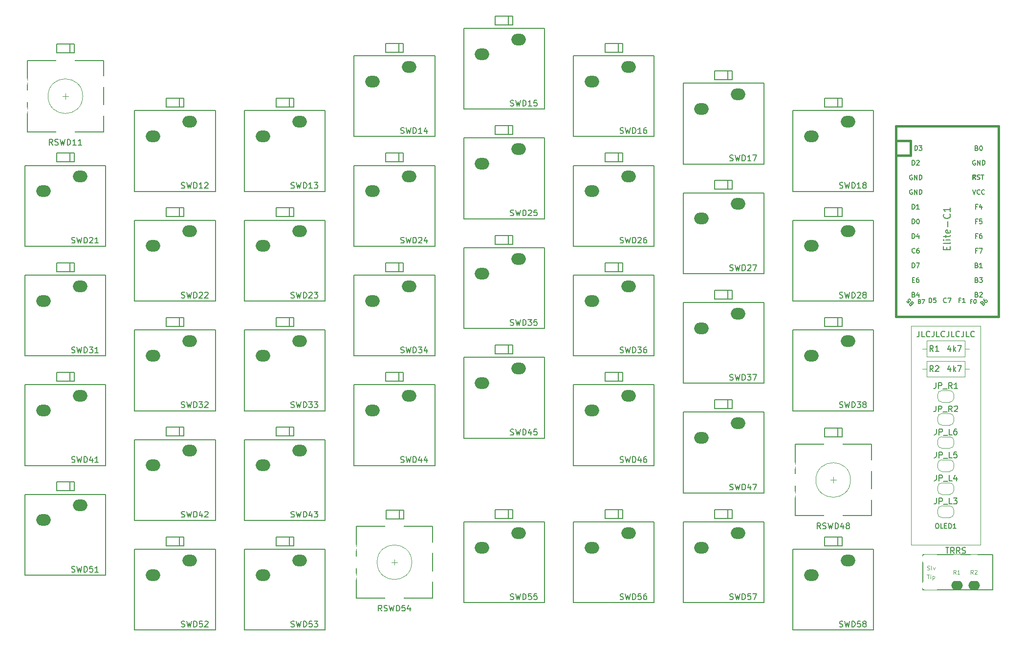
<source format=gto>
%TF.GenerationSoftware,KiCad,Pcbnew,(6.0.4-0)*%
%TF.CreationDate,2022-03-31T21:48:39+02:00*%
%TF.ProjectId,PCB,5043422e-6b69-4636-9164-5f7063625858,rev?*%
%TF.SameCoordinates,Original*%
%TF.FileFunction,Legend,Top*%
%TF.FilePolarity,Positive*%
%FSLAX46Y46*%
G04 Gerber Fmt 4.6, Leading zero omitted, Abs format (unit mm)*
G04 Created by KiCad (PCBNEW (6.0.4-0)) date 2022-03-31 21:48:39*
%MOMM*%
%LPD*%
G01*
G04 APERTURE LIST*
G04 Aperture macros list*
%AMFreePoly0*
4,1,22,0.500000,-0.750000,0.000000,-0.750000,0.000000,-0.745033,-0.079941,-0.743568,-0.215256,-0.701293,-0.333266,-0.622738,-0.424486,-0.514219,-0.481581,-0.384460,-0.499164,-0.250000,-0.500000,-0.250000,-0.500000,0.250000,-0.499164,0.250000,-0.499963,0.256109,-0.478152,0.396186,-0.417904,0.524511,-0.324060,0.630769,-0.204165,0.706417,-0.067858,0.745374,0.000000,0.744959,0.000000,0.750000,
0.500000,0.750000,0.500000,-0.750000,0.500000,-0.750000,$1*%
%AMFreePoly1*
4,1,20,0.000000,0.744959,0.073905,0.744508,0.209726,0.703889,0.328688,0.626782,0.421226,0.519385,0.479903,0.390333,0.500000,0.250000,0.500000,-0.250000,0.499851,-0.262216,0.476331,-0.402017,0.414519,-0.529596,0.319384,-0.634700,0.198574,-0.708877,0.061801,-0.746166,0.000000,-0.745033,0.000000,-0.750000,-0.500000,-0.750000,-0.500000,0.750000,0.000000,0.750000,0.000000,0.744959,
0.000000,0.744959,$1*%
G04 Aperture macros list end*
%ADD10C,0.200000*%
%ADD11C,0.150000*%
%ADD12C,0.100000*%
%ADD13C,0.203200*%
%ADD14C,0.120000*%
%ADD15C,0.381000*%
%ADD16O,2.500000X2.000000*%
%ADD17O,2.000000X1.600000*%
%ADD18C,1.600000*%
%ADD19O,1.600000X1.600000*%
%ADD20C,4.000000*%
%ADD21C,1.900000*%
%ADD22C,2.000000*%
%ADD23R,2.000000X2.000000*%
%ADD24C,0.800000*%
%ADD25O,3.100000X1.600000*%
%ADD26FreePoly0,0.000000*%
%ADD27FreePoly1,0.000000*%
%ADD28R,3.200000X2.000000*%
%ADD29R,1.752600X1.752600*%
%ADD30C,1.752600*%
%ADD31C,1.397000*%
G04 APERTURE END LIST*
D10*
X221880952Y-89702380D02*
X221880952Y-90416666D01*
X221833333Y-90559523D01*
X221738095Y-90654761D01*
X221595238Y-90702380D01*
X221500000Y-90702380D01*
X222833333Y-90702380D02*
X222357142Y-90702380D01*
X222357142Y-89702380D01*
X223738095Y-90607142D02*
X223690476Y-90654761D01*
X223547619Y-90702380D01*
X223452380Y-90702380D01*
X223309523Y-90654761D01*
X223214285Y-90559523D01*
X223166666Y-90464285D01*
X223119047Y-90273809D01*
X223119047Y-90130952D01*
X223166666Y-89940476D01*
X223214285Y-89845238D01*
X223309523Y-89750000D01*
X223452380Y-89702380D01*
X223547619Y-89702380D01*
X223690476Y-89750000D01*
X223738095Y-89797619D01*
X224452380Y-89702380D02*
X224452380Y-90416666D01*
X224404761Y-90559523D01*
X224309523Y-90654761D01*
X224166666Y-90702380D01*
X224071428Y-90702380D01*
X225404761Y-90702380D02*
X224928571Y-90702380D01*
X224928571Y-89702380D01*
X226309523Y-90607142D02*
X226261904Y-90654761D01*
X226119047Y-90702380D01*
X226023809Y-90702380D01*
X225880952Y-90654761D01*
X225785714Y-90559523D01*
X225738095Y-90464285D01*
X225690476Y-90273809D01*
X225690476Y-90130952D01*
X225738095Y-89940476D01*
X225785714Y-89845238D01*
X225880952Y-89750000D01*
X226023809Y-89702380D01*
X226119047Y-89702380D01*
X226261904Y-89750000D01*
X226309523Y-89797619D01*
X227023809Y-89702380D02*
X227023809Y-90416666D01*
X226976190Y-90559523D01*
X226880952Y-90654761D01*
X226738095Y-90702380D01*
X226642857Y-90702380D01*
X227976190Y-90702380D02*
X227500000Y-90702380D01*
X227500000Y-89702380D01*
X228880952Y-90607142D02*
X228833333Y-90654761D01*
X228690476Y-90702380D01*
X228595238Y-90702380D01*
X228452380Y-90654761D01*
X228357142Y-90559523D01*
X228309523Y-90464285D01*
X228261904Y-90273809D01*
X228261904Y-90130952D01*
X228309523Y-89940476D01*
X228357142Y-89845238D01*
X228452380Y-89750000D01*
X228595238Y-89702380D01*
X228690476Y-89702380D01*
X228833333Y-89750000D01*
X228880952Y-89797619D01*
X229595238Y-89702380D02*
X229595238Y-90416666D01*
X229547619Y-90559523D01*
X229452380Y-90654761D01*
X229309523Y-90702380D01*
X229214285Y-90702380D01*
X230547619Y-90702380D02*
X230071428Y-90702380D01*
X230071428Y-89702380D01*
X231452380Y-90607142D02*
X231404761Y-90654761D01*
X231261904Y-90702380D01*
X231166666Y-90702380D01*
X231023809Y-90654761D01*
X230928571Y-90559523D01*
X230880952Y-90464285D01*
X230833333Y-90273809D01*
X230833333Y-90130952D01*
X230880952Y-89940476D01*
X230928571Y-89845238D01*
X231023809Y-89750000D01*
X231166666Y-89702380D01*
X231261904Y-89702380D01*
X231404761Y-89750000D01*
X231452380Y-89797619D01*
D11*
X224333333Y-96702380D02*
X224000000Y-96226190D01*
X223761904Y-96702380D02*
X223761904Y-95702380D01*
X224142857Y-95702380D01*
X224238095Y-95750000D01*
X224285714Y-95797619D01*
X224333333Y-95892857D01*
X224333333Y-96035714D01*
X224285714Y-96130952D01*
X224238095Y-96178571D01*
X224142857Y-96226190D01*
X223761904Y-96226190D01*
X224714285Y-95797619D02*
X224761904Y-95750000D01*
X224857142Y-95702380D01*
X225095238Y-95702380D01*
X225190476Y-95750000D01*
X225238095Y-95797619D01*
X225285714Y-95892857D01*
X225285714Y-95988095D01*
X225238095Y-96130952D01*
X224666666Y-96702380D01*
X225285714Y-96702380D01*
X227309523Y-96035714D02*
X227309523Y-96702380D01*
X227071428Y-95654761D02*
X226833333Y-96369047D01*
X227452380Y-96369047D01*
X227833333Y-96702380D02*
X227833333Y-95702380D01*
X227928571Y-96321428D02*
X228214285Y-96702380D01*
X228214285Y-96035714D02*
X227833333Y-96416666D01*
X228547619Y-95702380D02*
X229214285Y-95702380D01*
X228785714Y-96702380D01*
X224333333Y-93202380D02*
X224000000Y-92726190D01*
X223761904Y-93202380D02*
X223761904Y-92202380D01*
X224142857Y-92202380D01*
X224238095Y-92250000D01*
X224285714Y-92297619D01*
X224333333Y-92392857D01*
X224333333Y-92535714D01*
X224285714Y-92630952D01*
X224238095Y-92678571D01*
X224142857Y-92726190D01*
X223761904Y-92726190D01*
X225285714Y-93202380D02*
X224714285Y-93202380D01*
X225000000Y-93202380D02*
X225000000Y-92202380D01*
X224904761Y-92345238D01*
X224809523Y-92440476D01*
X224714285Y-92488095D01*
X227309523Y-92535714D02*
X227309523Y-93202380D01*
X227071428Y-92154761D02*
X226833333Y-92869047D01*
X227452380Y-92869047D01*
X227833333Y-93202380D02*
X227833333Y-92202380D01*
X227928571Y-92821428D02*
X228214285Y-93202380D01*
X228214285Y-92535714D02*
X227833333Y-92916666D01*
X228547619Y-92202380D02*
X229214285Y-92202380D01*
X228785714Y-93202380D01*
X75092976Y-112404761D02*
X75235833Y-112452380D01*
X75473928Y-112452380D01*
X75569166Y-112404761D01*
X75616785Y-112357142D01*
X75664404Y-112261904D01*
X75664404Y-112166666D01*
X75616785Y-112071428D01*
X75569166Y-112023809D01*
X75473928Y-111976190D01*
X75283452Y-111928571D01*
X75188214Y-111880952D01*
X75140595Y-111833333D01*
X75092976Y-111738095D01*
X75092976Y-111642857D01*
X75140595Y-111547619D01*
X75188214Y-111500000D01*
X75283452Y-111452380D01*
X75521547Y-111452380D01*
X75664404Y-111500000D01*
X75997738Y-111452380D02*
X76235833Y-112452380D01*
X76426309Y-111738095D01*
X76616785Y-112452380D01*
X76854880Y-111452380D01*
X77235833Y-112452380D02*
X77235833Y-111452380D01*
X77473928Y-111452380D01*
X77616785Y-111500000D01*
X77712023Y-111595238D01*
X77759642Y-111690476D01*
X77807261Y-111880952D01*
X77807261Y-112023809D01*
X77759642Y-112214285D01*
X77712023Y-112309523D01*
X77616785Y-112404761D01*
X77473928Y-112452380D01*
X77235833Y-112452380D01*
X78664404Y-111785714D02*
X78664404Y-112452380D01*
X78426309Y-111404761D02*
X78188214Y-112119047D01*
X78807261Y-112119047D01*
X79712023Y-112452380D02*
X79140595Y-112452380D01*
X79426309Y-112452380D02*
X79426309Y-111452380D01*
X79331071Y-111595238D01*
X79235833Y-111690476D01*
X79140595Y-111738095D01*
X189092976Y-60154761D02*
X189235833Y-60202380D01*
X189473928Y-60202380D01*
X189569166Y-60154761D01*
X189616785Y-60107142D01*
X189664404Y-60011904D01*
X189664404Y-59916666D01*
X189616785Y-59821428D01*
X189569166Y-59773809D01*
X189473928Y-59726190D01*
X189283452Y-59678571D01*
X189188214Y-59630952D01*
X189140595Y-59583333D01*
X189092976Y-59488095D01*
X189092976Y-59392857D01*
X189140595Y-59297619D01*
X189188214Y-59250000D01*
X189283452Y-59202380D01*
X189521547Y-59202380D01*
X189664404Y-59250000D01*
X189997738Y-59202380D02*
X190235833Y-60202380D01*
X190426309Y-59488095D01*
X190616785Y-60202380D01*
X190854880Y-59202380D01*
X191235833Y-60202380D02*
X191235833Y-59202380D01*
X191473928Y-59202380D01*
X191616785Y-59250000D01*
X191712023Y-59345238D01*
X191759642Y-59440476D01*
X191807261Y-59630952D01*
X191807261Y-59773809D01*
X191759642Y-59964285D01*
X191712023Y-60059523D01*
X191616785Y-60154761D01*
X191473928Y-60202380D01*
X191235833Y-60202380D01*
X192759642Y-60202380D02*
X192188214Y-60202380D01*
X192473928Y-60202380D02*
X192473928Y-59202380D01*
X192378690Y-59345238D01*
X192283452Y-59440476D01*
X192188214Y-59488095D01*
X193092976Y-59202380D02*
X193759642Y-59202380D01*
X193331071Y-60202380D01*
X226484595Y-127202380D02*
X227056023Y-127202380D01*
X226770309Y-128202380D02*
X226770309Y-127202380D01*
X227960785Y-128202380D02*
X227627452Y-127726190D01*
X227389357Y-128202380D02*
X227389357Y-127202380D01*
X227770309Y-127202380D01*
X227865547Y-127250000D01*
X227913166Y-127297619D01*
X227960785Y-127392857D01*
X227960785Y-127535714D01*
X227913166Y-127630952D01*
X227865547Y-127678571D01*
X227770309Y-127726190D01*
X227389357Y-127726190D01*
X228960785Y-128202380D02*
X228627452Y-127726190D01*
X228389357Y-128202380D02*
X228389357Y-127202380D01*
X228770309Y-127202380D01*
X228865547Y-127250000D01*
X228913166Y-127297619D01*
X228960785Y-127392857D01*
X228960785Y-127535714D01*
X228913166Y-127630952D01*
X228865547Y-127678571D01*
X228770309Y-127726190D01*
X228389357Y-127726190D01*
X229341738Y-128154761D02*
X229484595Y-128202380D01*
X229722690Y-128202380D01*
X229817928Y-128154761D01*
X229865547Y-128107142D01*
X229913166Y-128011904D01*
X229913166Y-127916666D01*
X229865547Y-127821428D01*
X229817928Y-127773809D01*
X229722690Y-127726190D01*
X229532214Y-127678571D01*
X229436976Y-127630952D01*
X229389357Y-127583333D01*
X229341738Y-127488095D01*
X229341738Y-127392857D01*
X229389357Y-127297619D01*
X229436976Y-127250000D01*
X229532214Y-127202380D01*
X229770309Y-127202380D01*
X229913166Y-127250000D01*
D12*
X228245833Y-131816666D02*
X228012500Y-131483333D01*
X227845833Y-131816666D02*
X227845833Y-131116666D01*
X228112500Y-131116666D01*
X228179166Y-131150000D01*
X228212500Y-131183333D01*
X228245833Y-131250000D01*
X228245833Y-131350000D01*
X228212500Y-131416666D01*
X228179166Y-131450000D01*
X228112500Y-131483333D01*
X227845833Y-131483333D01*
X228912500Y-131816666D02*
X228512500Y-131816666D01*
X228712500Y-131816666D02*
X228712500Y-131116666D01*
X228645833Y-131216666D01*
X228579166Y-131283333D01*
X228512500Y-131316666D01*
X223245166Y-131884666D02*
X223645166Y-131884666D01*
X223445166Y-132584666D02*
X223445166Y-131884666D01*
X223878500Y-132584666D02*
X223878500Y-132118000D01*
X223878500Y-131884666D02*
X223845166Y-131918000D01*
X223878500Y-131951333D01*
X223911833Y-131918000D01*
X223878500Y-131884666D01*
X223878500Y-131951333D01*
X224211833Y-132118000D02*
X224211833Y-132818000D01*
X224211833Y-132151333D02*
X224278500Y-132118000D01*
X224411833Y-132118000D01*
X224478500Y-132151333D01*
X224511833Y-132184666D01*
X224545166Y-132251333D01*
X224545166Y-132451333D01*
X224511833Y-132518000D01*
X224478500Y-132551333D01*
X224411833Y-132584666D01*
X224278500Y-132584666D01*
X224211833Y-132551333D01*
X231245833Y-131816666D02*
X231012500Y-131483333D01*
X230845833Y-131816666D02*
X230845833Y-131116666D01*
X231112500Y-131116666D01*
X231179166Y-131150000D01*
X231212500Y-131183333D01*
X231245833Y-131250000D01*
X231245833Y-131350000D01*
X231212500Y-131416666D01*
X231179166Y-131450000D01*
X231112500Y-131483333D01*
X230845833Y-131483333D01*
X231512500Y-131183333D02*
X231545833Y-131150000D01*
X231612500Y-131116666D01*
X231779166Y-131116666D01*
X231845833Y-131150000D01*
X231879166Y-131183333D01*
X231912500Y-131250000D01*
X231912500Y-131316666D01*
X231879166Y-131416666D01*
X231479166Y-131816666D01*
X231912500Y-131816666D01*
X223278500Y-131027333D02*
X223378500Y-131060666D01*
X223545166Y-131060666D01*
X223611833Y-131027333D01*
X223645166Y-130994000D01*
X223678500Y-130927333D01*
X223678500Y-130860666D01*
X223645166Y-130794000D01*
X223611833Y-130760666D01*
X223545166Y-130727333D01*
X223411833Y-130694000D01*
X223345166Y-130660666D01*
X223311833Y-130627333D01*
X223278500Y-130560666D01*
X223278500Y-130494000D01*
X223311833Y-130427333D01*
X223345166Y-130394000D01*
X223411833Y-130360666D01*
X223578500Y-130360666D01*
X223678500Y-130394000D01*
X224078500Y-131060666D02*
X224011833Y-131027333D01*
X223978500Y-130960666D01*
X223978500Y-130360666D01*
X224278500Y-130594000D02*
X224445166Y-131060666D01*
X224611833Y-130594000D01*
D11*
X170092976Y-93404761D02*
X170235833Y-93452380D01*
X170473928Y-93452380D01*
X170569166Y-93404761D01*
X170616785Y-93357142D01*
X170664404Y-93261904D01*
X170664404Y-93166666D01*
X170616785Y-93071428D01*
X170569166Y-93023809D01*
X170473928Y-92976190D01*
X170283452Y-92928571D01*
X170188214Y-92880952D01*
X170140595Y-92833333D01*
X170092976Y-92738095D01*
X170092976Y-92642857D01*
X170140595Y-92547619D01*
X170188214Y-92500000D01*
X170283452Y-92452380D01*
X170521547Y-92452380D01*
X170664404Y-92500000D01*
X170997738Y-92452380D02*
X171235833Y-93452380D01*
X171426309Y-92738095D01*
X171616785Y-93452380D01*
X171854880Y-92452380D01*
X172235833Y-93452380D02*
X172235833Y-92452380D01*
X172473928Y-92452380D01*
X172616785Y-92500000D01*
X172712023Y-92595238D01*
X172759642Y-92690476D01*
X172807261Y-92880952D01*
X172807261Y-93023809D01*
X172759642Y-93214285D01*
X172712023Y-93309523D01*
X172616785Y-93404761D01*
X172473928Y-93452380D01*
X172235833Y-93452380D01*
X173140595Y-92452380D02*
X173759642Y-92452380D01*
X173426309Y-92833333D01*
X173569166Y-92833333D01*
X173664404Y-92880952D01*
X173712023Y-92928571D01*
X173759642Y-93023809D01*
X173759642Y-93261904D01*
X173712023Y-93357142D01*
X173664404Y-93404761D01*
X173569166Y-93452380D01*
X173283452Y-93452380D01*
X173188214Y-93404761D01*
X173140595Y-93357142D01*
X174616785Y-92452380D02*
X174426309Y-92452380D01*
X174331071Y-92500000D01*
X174283452Y-92547619D01*
X174188214Y-92690476D01*
X174140595Y-92880952D01*
X174140595Y-93261904D01*
X174188214Y-93357142D01*
X174235833Y-93404761D01*
X174331071Y-93452380D01*
X174521547Y-93452380D01*
X174616785Y-93404761D01*
X174664404Y-93357142D01*
X174712023Y-93261904D01*
X174712023Y-93023809D01*
X174664404Y-92928571D01*
X174616785Y-92880952D01*
X174521547Y-92833333D01*
X174331071Y-92833333D01*
X174235833Y-92880952D01*
X174188214Y-92928571D01*
X174140595Y-93023809D01*
X170092976Y-74404761D02*
X170235833Y-74452380D01*
X170473928Y-74452380D01*
X170569166Y-74404761D01*
X170616785Y-74357142D01*
X170664404Y-74261904D01*
X170664404Y-74166666D01*
X170616785Y-74071428D01*
X170569166Y-74023809D01*
X170473928Y-73976190D01*
X170283452Y-73928571D01*
X170188214Y-73880952D01*
X170140595Y-73833333D01*
X170092976Y-73738095D01*
X170092976Y-73642857D01*
X170140595Y-73547619D01*
X170188214Y-73500000D01*
X170283452Y-73452380D01*
X170521547Y-73452380D01*
X170664404Y-73500000D01*
X170997738Y-73452380D02*
X171235833Y-74452380D01*
X171426309Y-73738095D01*
X171616785Y-74452380D01*
X171854880Y-73452380D01*
X172235833Y-74452380D02*
X172235833Y-73452380D01*
X172473928Y-73452380D01*
X172616785Y-73500000D01*
X172712023Y-73595238D01*
X172759642Y-73690476D01*
X172807261Y-73880952D01*
X172807261Y-74023809D01*
X172759642Y-74214285D01*
X172712023Y-74309523D01*
X172616785Y-74404761D01*
X172473928Y-74452380D01*
X172235833Y-74452380D01*
X173188214Y-73547619D02*
X173235833Y-73500000D01*
X173331071Y-73452380D01*
X173569166Y-73452380D01*
X173664404Y-73500000D01*
X173712023Y-73547619D01*
X173759642Y-73642857D01*
X173759642Y-73738095D01*
X173712023Y-73880952D01*
X173140595Y-74452380D01*
X173759642Y-74452380D01*
X174616785Y-73452380D02*
X174426309Y-73452380D01*
X174331071Y-73500000D01*
X174283452Y-73547619D01*
X174188214Y-73690476D01*
X174140595Y-73880952D01*
X174140595Y-74261904D01*
X174188214Y-74357142D01*
X174235833Y-74404761D01*
X174331071Y-74452380D01*
X174521547Y-74452380D01*
X174616785Y-74404761D01*
X174664404Y-74357142D01*
X174712023Y-74261904D01*
X174712023Y-74023809D01*
X174664404Y-73928571D01*
X174616785Y-73880952D01*
X174521547Y-73833333D01*
X174331071Y-73833333D01*
X174235833Y-73880952D01*
X174188214Y-73928571D01*
X174140595Y-74023809D01*
X208092976Y-64904761D02*
X208235833Y-64952380D01*
X208473928Y-64952380D01*
X208569166Y-64904761D01*
X208616785Y-64857142D01*
X208664404Y-64761904D01*
X208664404Y-64666666D01*
X208616785Y-64571428D01*
X208569166Y-64523809D01*
X208473928Y-64476190D01*
X208283452Y-64428571D01*
X208188214Y-64380952D01*
X208140595Y-64333333D01*
X208092976Y-64238095D01*
X208092976Y-64142857D01*
X208140595Y-64047619D01*
X208188214Y-64000000D01*
X208283452Y-63952380D01*
X208521547Y-63952380D01*
X208664404Y-64000000D01*
X208997738Y-63952380D02*
X209235833Y-64952380D01*
X209426309Y-64238095D01*
X209616785Y-64952380D01*
X209854880Y-63952380D01*
X210235833Y-64952380D02*
X210235833Y-63952380D01*
X210473928Y-63952380D01*
X210616785Y-64000000D01*
X210712023Y-64095238D01*
X210759642Y-64190476D01*
X210807261Y-64380952D01*
X210807261Y-64523809D01*
X210759642Y-64714285D01*
X210712023Y-64809523D01*
X210616785Y-64904761D01*
X210473928Y-64952380D01*
X210235833Y-64952380D01*
X211759642Y-64952380D02*
X211188214Y-64952380D01*
X211473928Y-64952380D02*
X211473928Y-63952380D01*
X211378690Y-64095238D01*
X211283452Y-64190476D01*
X211188214Y-64238095D01*
X212331071Y-64380952D02*
X212235833Y-64333333D01*
X212188214Y-64285714D01*
X212140595Y-64190476D01*
X212140595Y-64142857D01*
X212188214Y-64047619D01*
X212235833Y-64000000D01*
X212331071Y-63952380D01*
X212521547Y-63952380D01*
X212616785Y-64000000D01*
X212664404Y-64047619D01*
X212712023Y-64142857D01*
X212712023Y-64190476D01*
X212664404Y-64285714D01*
X212616785Y-64333333D01*
X212521547Y-64380952D01*
X212331071Y-64380952D01*
X212235833Y-64428571D01*
X212188214Y-64476190D01*
X212140595Y-64571428D01*
X212140595Y-64761904D01*
X212188214Y-64857142D01*
X212235833Y-64904761D01*
X212331071Y-64952380D01*
X212521547Y-64952380D01*
X212616785Y-64904761D01*
X212664404Y-64857142D01*
X212712023Y-64761904D01*
X212712023Y-64571428D01*
X212664404Y-64476190D01*
X212616785Y-64428571D01*
X212521547Y-64380952D01*
X75092976Y-93404761D02*
X75235833Y-93452380D01*
X75473928Y-93452380D01*
X75569166Y-93404761D01*
X75616785Y-93357142D01*
X75664404Y-93261904D01*
X75664404Y-93166666D01*
X75616785Y-93071428D01*
X75569166Y-93023809D01*
X75473928Y-92976190D01*
X75283452Y-92928571D01*
X75188214Y-92880952D01*
X75140595Y-92833333D01*
X75092976Y-92738095D01*
X75092976Y-92642857D01*
X75140595Y-92547619D01*
X75188214Y-92500000D01*
X75283452Y-92452380D01*
X75521547Y-92452380D01*
X75664404Y-92500000D01*
X75997738Y-92452380D02*
X76235833Y-93452380D01*
X76426309Y-92738095D01*
X76616785Y-93452380D01*
X76854880Y-92452380D01*
X77235833Y-93452380D02*
X77235833Y-92452380D01*
X77473928Y-92452380D01*
X77616785Y-92500000D01*
X77712023Y-92595238D01*
X77759642Y-92690476D01*
X77807261Y-92880952D01*
X77807261Y-93023809D01*
X77759642Y-93214285D01*
X77712023Y-93309523D01*
X77616785Y-93404761D01*
X77473928Y-93452380D01*
X77235833Y-93452380D01*
X78140595Y-92452380D02*
X78759642Y-92452380D01*
X78426309Y-92833333D01*
X78569166Y-92833333D01*
X78664404Y-92880952D01*
X78712023Y-92928571D01*
X78759642Y-93023809D01*
X78759642Y-93261904D01*
X78712023Y-93357142D01*
X78664404Y-93404761D01*
X78569166Y-93452380D01*
X78283452Y-93452380D01*
X78188214Y-93404761D01*
X78140595Y-93357142D01*
X79712023Y-93452380D02*
X79140595Y-93452380D01*
X79426309Y-93452380D02*
X79426309Y-92452380D01*
X79331071Y-92595238D01*
X79235833Y-92690476D01*
X79140595Y-92738095D01*
X224785714Y-102652380D02*
X224785714Y-103366666D01*
X224738095Y-103509523D01*
X224642857Y-103604761D01*
X224500000Y-103652380D01*
X224404761Y-103652380D01*
X225261904Y-103652380D02*
X225261904Y-102652380D01*
X225642857Y-102652380D01*
X225738095Y-102700000D01*
X225785714Y-102747619D01*
X225833333Y-102842857D01*
X225833333Y-102985714D01*
X225785714Y-103080952D01*
X225738095Y-103128571D01*
X225642857Y-103176190D01*
X225261904Y-103176190D01*
X226023809Y-103747619D02*
X226785714Y-103747619D01*
X227595238Y-103652380D02*
X227261904Y-103176190D01*
X227023809Y-103652380D02*
X227023809Y-102652380D01*
X227404761Y-102652380D01*
X227500000Y-102700000D01*
X227547619Y-102747619D01*
X227595238Y-102842857D01*
X227595238Y-102985714D01*
X227547619Y-103080952D01*
X227500000Y-103128571D01*
X227404761Y-103176190D01*
X227023809Y-103176190D01*
X227976190Y-102747619D02*
X228023809Y-102700000D01*
X228119047Y-102652380D01*
X228357142Y-102652380D01*
X228452380Y-102700000D01*
X228500000Y-102747619D01*
X228547619Y-102842857D01*
X228547619Y-102938095D01*
X228500000Y-103080952D01*
X227928571Y-103652380D01*
X228547619Y-103652380D01*
X113092976Y-83904761D02*
X113235833Y-83952380D01*
X113473928Y-83952380D01*
X113569166Y-83904761D01*
X113616785Y-83857142D01*
X113664404Y-83761904D01*
X113664404Y-83666666D01*
X113616785Y-83571428D01*
X113569166Y-83523809D01*
X113473928Y-83476190D01*
X113283452Y-83428571D01*
X113188214Y-83380952D01*
X113140595Y-83333333D01*
X113092976Y-83238095D01*
X113092976Y-83142857D01*
X113140595Y-83047619D01*
X113188214Y-83000000D01*
X113283452Y-82952380D01*
X113521547Y-82952380D01*
X113664404Y-83000000D01*
X113997738Y-82952380D02*
X114235833Y-83952380D01*
X114426309Y-83238095D01*
X114616785Y-83952380D01*
X114854880Y-82952380D01*
X115235833Y-83952380D02*
X115235833Y-82952380D01*
X115473928Y-82952380D01*
X115616785Y-83000000D01*
X115712023Y-83095238D01*
X115759642Y-83190476D01*
X115807261Y-83380952D01*
X115807261Y-83523809D01*
X115759642Y-83714285D01*
X115712023Y-83809523D01*
X115616785Y-83904761D01*
X115473928Y-83952380D01*
X115235833Y-83952380D01*
X116188214Y-83047619D02*
X116235833Y-83000000D01*
X116331071Y-82952380D01*
X116569166Y-82952380D01*
X116664404Y-83000000D01*
X116712023Y-83047619D01*
X116759642Y-83142857D01*
X116759642Y-83238095D01*
X116712023Y-83380952D01*
X116140595Y-83952380D01*
X116759642Y-83952380D01*
X117092976Y-82952380D02*
X117712023Y-82952380D01*
X117378690Y-83333333D01*
X117521547Y-83333333D01*
X117616785Y-83380952D01*
X117664404Y-83428571D01*
X117712023Y-83523809D01*
X117712023Y-83761904D01*
X117664404Y-83857142D01*
X117616785Y-83904761D01*
X117521547Y-83952380D01*
X117235833Y-83952380D01*
X117140595Y-83904761D01*
X117092976Y-83857142D01*
X224880952Y-110652380D02*
X224880952Y-111366666D01*
X224833333Y-111509523D01*
X224738095Y-111604761D01*
X224595238Y-111652380D01*
X224500000Y-111652380D01*
X225357142Y-111652380D02*
X225357142Y-110652380D01*
X225738095Y-110652380D01*
X225833333Y-110700000D01*
X225880952Y-110747619D01*
X225928571Y-110842857D01*
X225928571Y-110985714D01*
X225880952Y-111080952D01*
X225833333Y-111128571D01*
X225738095Y-111176190D01*
X225357142Y-111176190D01*
X226119047Y-111747619D02*
X226880952Y-111747619D01*
X227595238Y-111652380D02*
X227119047Y-111652380D01*
X227119047Y-110652380D01*
X228404761Y-110652380D02*
X227928571Y-110652380D01*
X227880952Y-111128571D01*
X227928571Y-111080952D01*
X228023809Y-111033333D01*
X228261904Y-111033333D01*
X228357142Y-111080952D01*
X228404761Y-111128571D01*
X228452380Y-111223809D01*
X228452380Y-111461904D01*
X228404761Y-111557142D01*
X228357142Y-111604761D01*
X228261904Y-111652380D01*
X228023809Y-111652380D01*
X227928571Y-111604761D01*
X227880952Y-111557142D01*
X208092976Y-140904761D02*
X208235833Y-140952380D01*
X208473928Y-140952380D01*
X208569166Y-140904761D01*
X208616785Y-140857142D01*
X208664404Y-140761904D01*
X208664404Y-140666666D01*
X208616785Y-140571428D01*
X208569166Y-140523809D01*
X208473928Y-140476190D01*
X208283452Y-140428571D01*
X208188214Y-140380952D01*
X208140595Y-140333333D01*
X208092976Y-140238095D01*
X208092976Y-140142857D01*
X208140595Y-140047619D01*
X208188214Y-140000000D01*
X208283452Y-139952380D01*
X208521547Y-139952380D01*
X208664404Y-140000000D01*
X208997738Y-139952380D02*
X209235833Y-140952380D01*
X209426309Y-140238095D01*
X209616785Y-140952380D01*
X209854880Y-139952380D01*
X210235833Y-140952380D02*
X210235833Y-139952380D01*
X210473928Y-139952380D01*
X210616785Y-140000000D01*
X210712023Y-140095238D01*
X210759642Y-140190476D01*
X210807261Y-140380952D01*
X210807261Y-140523809D01*
X210759642Y-140714285D01*
X210712023Y-140809523D01*
X210616785Y-140904761D01*
X210473928Y-140952380D01*
X210235833Y-140952380D01*
X211712023Y-139952380D02*
X211235833Y-139952380D01*
X211188214Y-140428571D01*
X211235833Y-140380952D01*
X211331071Y-140333333D01*
X211569166Y-140333333D01*
X211664404Y-140380952D01*
X211712023Y-140428571D01*
X211759642Y-140523809D01*
X211759642Y-140761904D01*
X211712023Y-140857142D01*
X211664404Y-140904761D01*
X211569166Y-140952380D01*
X211331071Y-140952380D01*
X211235833Y-140904761D01*
X211188214Y-140857142D01*
X212331071Y-140380952D02*
X212235833Y-140333333D01*
X212188214Y-140285714D01*
X212140595Y-140190476D01*
X212140595Y-140142857D01*
X212188214Y-140047619D01*
X212235833Y-140000000D01*
X212331071Y-139952380D01*
X212521547Y-139952380D01*
X212616785Y-140000000D01*
X212664404Y-140047619D01*
X212712023Y-140142857D01*
X212712023Y-140190476D01*
X212664404Y-140285714D01*
X212616785Y-140333333D01*
X212521547Y-140380952D01*
X212331071Y-140380952D01*
X212235833Y-140428571D01*
X212188214Y-140476190D01*
X212140595Y-140571428D01*
X212140595Y-140761904D01*
X212188214Y-140857142D01*
X212235833Y-140904761D01*
X212331071Y-140952380D01*
X212521547Y-140952380D01*
X212616785Y-140904761D01*
X212664404Y-140857142D01*
X212712023Y-140761904D01*
X212712023Y-140571428D01*
X212664404Y-140476190D01*
X212616785Y-140428571D01*
X212521547Y-140380952D01*
X204809523Y-123952380D02*
X204476190Y-123476190D01*
X204238095Y-123952380D02*
X204238095Y-122952380D01*
X204619047Y-122952380D01*
X204714285Y-123000000D01*
X204761904Y-123047619D01*
X204809523Y-123142857D01*
X204809523Y-123285714D01*
X204761904Y-123380952D01*
X204714285Y-123428571D01*
X204619047Y-123476190D01*
X204238095Y-123476190D01*
X205190476Y-123904761D02*
X205333333Y-123952380D01*
X205571428Y-123952380D01*
X205666666Y-123904761D01*
X205714285Y-123857142D01*
X205761904Y-123761904D01*
X205761904Y-123666666D01*
X205714285Y-123571428D01*
X205666666Y-123523809D01*
X205571428Y-123476190D01*
X205380952Y-123428571D01*
X205285714Y-123380952D01*
X205238095Y-123333333D01*
X205190476Y-123238095D01*
X205190476Y-123142857D01*
X205238095Y-123047619D01*
X205285714Y-123000000D01*
X205380952Y-122952380D01*
X205619047Y-122952380D01*
X205761904Y-123000000D01*
X206095238Y-122952380D02*
X206333333Y-123952380D01*
X206523809Y-123238095D01*
X206714285Y-123952380D01*
X206952380Y-122952380D01*
X207333333Y-123952380D02*
X207333333Y-122952380D01*
X207571428Y-122952380D01*
X207714285Y-123000000D01*
X207809523Y-123095238D01*
X207857142Y-123190476D01*
X207904761Y-123380952D01*
X207904761Y-123523809D01*
X207857142Y-123714285D01*
X207809523Y-123809523D01*
X207714285Y-123904761D01*
X207571428Y-123952380D01*
X207333333Y-123952380D01*
X208761904Y-123285714D02*
X208761904Y-123952380D01*
X208523809Y-122904761D02*
X208285714Y-123619047D01*
X208904761Y-123619047D01*
X209428571Y-123380952D02*
X209333333Y-123333333D01*
X209285714Y-123285714D01*
X209238095Y-123190476D01*
X209238095Y-123142857D01*
X209285714Y-123047619D01*
X209333333Y-123000000D01*
X209428571Y-122952380D01*
X209619047Y-122952380D01*
X209714285Y-123000000D01*
X209761904Y-123047619D01*
X209809523Y-123142857D01*
X209809523Y-123190476D01*
X209761904Y-123285714D01*
X209714285Y-123333333D01*
X209619047Y-123380952D01*
X209428571Y-123380952D01*
X209333333Y-123428571D01*
X209285714Y-123476190D01*
X209238095Y-123571428D01*
X209238095Y-123761904D01*
X209285714Y-123857142D01*
X209333333Y-123904761D01*
X209428571Y-123952380D01*
X209619047Y-123952380D01*
X209714285Y-123904761D01*
X209761904Y-123857142D01*
X209809523Y-123761904D01*
X209809523Y-123571428D01*
X209761904Y-123476190D01*
X209714285Y-123428571D01*
X209619047Y-123380952D01*
X170092976Y-55404761D02*
X170235833Y-55452380D01*
X170473928Y-55452380D01*
X170569166Y-55404761D01*
X170616785Y-55357142D01*
X170664404Y-55261904D01*
X170664404Y-55166666D01*
X170616785Y-55071428D01*
X170569166Y-55023809D01*
X170473928Y-54976190D01*
X170283452Y-54928571D01*
X170188214Y-54880952D01*
X170140595Y-54833333D01*
X170092976Y-54738095D01*
X170092976Y-54642857D01*
X170140595Y-54547619D01*
X170188214Y-54500000D01*
X170283452Y-54452380D01*
X170521547Y-54452380D01*
X170664404Y-54500000D01*
X170997738Y-54452380D02*
X171235833Y-55452380D01*
X171426309Y-54738095D01*
X171616785Y-55452380D01*
X171854880Y-54452380D01*
X172235833Y-55452380D02*
X172235833Y-54452380D01*
X172473928Y-54452380D01*
X172616785Y-54500000D01*
X172712023Y-54595238D01*
X172759642Y-54690476D01*
X172807261Y-54880952D01*
X172807261Y-55023809D01*
X172759642Y-55214285D01*
X172712023Y-55309523D01*
X172616785Y-55404761D01*
X172473928Y-55452380D01*
X172235833Y-55452380D01*
X173759642Y-55452380D02*
X173188214Y-55452380D01*
X173473928Y-55452380D02*
X173473928Y-54452380D01*
X173378690Y-54595238D01*
X173283452Y-54690476D01*
X173188214Y-54738095D01*
X174616785Y-54452380D02*
X174426309Y-54452380D01*
X174331071Y-54500000D01*
X174283452Y-54547619D01*
X174188214Y-54690476D01*
X174140595Y-54880952D01*
X174140595Y-55261904D01*
X174188214Y-55357142D01*
X174235833Y-55404761D01*
X174331071Y-55452380D01*
X174521547Y-55452380D01*
X174616785Y-55404761D01*
X174664404Y-55357142D01*
X174712023Y-55261904D01*
X174712023Y-55023809D01*
X174664404Y-54928571D01*
X174616785Y-54880952D01*
X174521547Y-54833333D01*
X174331071Y-54833333D01*
X174235833Y-54880952D01*
X174188214Y-54928571D01*
X174140595Y-55023809D01*
X224785714Y-98652380D02*
X224785714Y-99366666D01*
X224738095Y-99509523D01*
X224642857Y-99604761D01*
X224500000Y-99652380D01*
X224404761Y-99652380D01*
X225261904Y-99652380D02*
X225261904Y-98652380D01*
X225642857Y-98652380D01*
X225738095Y-98700000D01*
X225785714Y-98747619D01*
X225833333Y-98842857D01*
X225833333Y-98985714D01*
X225785714Y-99080952D01*
X225738095Y-99128571D01*
X225642857Y-99176190D01*
X225261904Y-99176190D01*
X226023809Y-99747619D02*
X226785714Y-99747619D01*
X227595238Y-99652380D02*
X227261904Y-99176190D01*
X227023809Y-99652380D02*
X227023809Y-98652380D01*
X227404761Y-98652380D01*
X227500000Y-98700000D01*
X227547619Y-98747619D01*
X227595238Y-98842857D01*
X227595238Y-98985714D01*
X227547619Y-99080952D01*
X227500000Y-99128571D01*
X227404761Y-99176190D01*
X227023809Y-99176190D01*
X228547619Y-99652380D02*
X227976190Y-99652380D01*
X228261904Y-99652380D02*
X228261904Y-98652380D01*
X228166666Y-98795238D01*
X228071428Y-98890476D01*
X227976190Y-98938095D01*
X75092976Y-131404761D02*
X75235833Y-131452380D01*
X75473928Y-131452380D01*
X75569166Y-131404761D01*
X75616785Y-131357142D01*
X75664404Y-131261904D01*
X75664404Y-131166666D01*
X75616785Y-131071428D01*
X75569166Y-131023809D01*
X75473928Y-130976190D01*
X75283452Y-130928571D01*
X75188214Y-130880952D01*
X75140595Y-130833333D01*
X75092976Y-130738095D01*
X75092976Y-130642857D01*
X75140595Y-130547619D01*
X75188214Y-130500000D01*
X75283452Y-130452380D01*
X75521547Y-130452380D01*
X75664404Y-130500000D01*
X75997738Y-130452380D02*
X76235833Y-131452380D01*
X76426309Y-130738095D01*
X76616785Y-131452380D01*
X76854880Y-130452380D01*
X77235833Y-131452380D02*
X77235833Y-130452380D01*
X77473928Y-130452380D01*
X77616785Y-130500000D01*
X77712023Y-130595238D01*
X77759642Y-130690476D01*
X77807261Y-130880952D01*
X77807261Y-131023809D01*
X77759642Y-131214285D01*
X77712023Y-131309523D01*
X77616785Y-131404761D01*
X77473928Y-131452380D01*
X77235833Y-131452380D01*
X78712023Y-130452380D02*
X78235833Y-130452380D01*
X78188214Y-130928571D01*
X78235833Y-130880952D01*
X78331071Y-130833333D01*
X78569166Y-130833333D01*
X78664404Y-130880952D01*
X78712023Y-130928571D01*
X78759642Y-131023809D01*
X78759642Y-131261904D01*
X78712023Y-131357142D01*
X78664404Y-131404761D01*
X78569166Y-131452380D01*
X78331071Y-131452380D01*
X78235833Y-131404761D01*
X78188214Y-131357142D01*
X79712023Y-131452380D02*
X79140595Y-131452380D01*
X79426309Y-131452380D02*
X79426309Y-130452380D01*
X79331071Y-130595238D01*
X79235833Y-130690476D01*
X79140595Y-130738095D01*
X151092976Y-88654761D02*
X151235833Y-88702380D01*
X151473928Y-88702380D01*
X151569166Y-88654761D01*
X151616785Y-88607142D01*
X151664404Y-88511904D01*
X151664404Y-88416666D01*
X151616785Y-88321428D01*
X151569166Y-88273809D01*
X151473928Y-88226190D01*
X151283452Y-88178571D01*
X151188214Y-88130952D01*
X151140595Y-88083333D01*
X151092976Y-87988095D01*
X151092976Y-87892857D01*
X151140595Y-87797619D01*
X151188214Y-87750000D01*
X151283452Y-87702380D01*
X151521547Y-87702380D01*
X151664404Y-87750000D01*
X151997738Y-87702380D02*
X152235833Y-88702380D01*
X152426309Y-87988095D01*
X152616785Y-88702380D01*
X152854880Y-87702380D01*
X153235833Y-88702380D02*
X153235833Y-87702380D01*
X153473928Y-87702380D01*
X153616785Y-87750000D01*
X153712023Y-87845238D01*
X153759642Y-87940476D01*
X153807261Y-88130952D01*
X153807261Y-88273809D01*
X153759642Y-88464285D01*
X153712023Y-88559523D01*
X153616785Y-88654761D01*
X153473928Y-88702380D01*
X153235833Y-88702380D01*
X154140595Y-87702380D02*
X154759642Y-87702380D01*
X154426309Y-88083333D01*
X154569166Y-88083333D01*
X154664404Y-88130952D01*
X154712023Y-88178571D01*
X154759642Y-88273809D01*
X154759642Y-88511904D01*
X154712023Y-88607142D01*
X154664404Y-88654761D01*
X154569166Y-88702380D01*
X154283452Y-88702380D01*
X154188214Y-88654761D01*
X154140595Y-88607142D01*
X155664404Y-87702380D02*
X155188214Y-87702380D01*
X155140595Y-88178571D01*
X155188214Y-88130952D01*
X155283452Y-88083333D01*
X155521547Y-88083333D01*
X155616785Y-88130952D01*
X155664404Y-88178571D01*
X155712023Y-88273809D01*
X155712023Y-88511904D01*
X155664404Y-88607142D01*
X155616785Y-88654761D01*
X155521547Y-88702380D01*
X155283452Y-88702380D01*
X155188214Y-88654761D01*
X155140595Y-88607142D01*
X132092976Y-93404761D02*
X132235833Y-93452380D01*
X132473928Y-93452380D01*
X132569166Y-93404761D01*
X132616785Y-93357142D01*
X132664404Y-93261904D01*
X132664404Y-93166666D01*
X132616785Y-93071428D01*
X132569166Y-93023809D01*
X132473928Y-92976190D01*
X132283452Y-92928571D01*
X132188214Y-92880952D01*
X132140595Y-92833333D01*
X132092976Y-92738095D01*
X132092976Y-92642857D01*
X132140595Y-92547619D01*
X132188214Y-92500000D01*
X132283452Y-92452380D01*
X132521547Y-92452380D01*
X132664404Y-92500000D01*
X132997738Y-92452380D02*
X133235833Y-93452380D01*
X133426309Y-92738095D01*
X133616785Y-93452380D01*
X133854880Y-92452380D01*
X134235833Y-93452380D02*
X134235833Y-92452380D01*
X134473928Y-92452380D01*
X134616785Y-92500000D01*
X134712023Y-92595238D01*
X134759642Y-92690476D01*
X134807261Y-92880952D01*
X134807261Y-93023809D01*
X134759642Y-93214285D01*
X134712023Y-93309523D01*
X134616785Y-93404761D01*
X134473928Y-93452380D01*
X134235833Y-93452380D01*
X135140595Y-92452380D02*
X135759642Y-92452380D01*
X135426309Y-92833333D01*
X135569166Y-92833333D01*
X135664404Y-92880952D01*
X135712023Y-92928571D01*
X135759642Y-93023809D01*
X135759642Y-93261904D01*
X135712023Y-93357142D01*
X135664404Y-93404761D01*
X135569166Y-93452380D01*
X135283452Y-93452380D01*
X135188214Y-93404761D01*
X135140595Y-93357142D01*
X136616785Y-92785714D02*
X136616785Y-93452380D01*
X136378690Y-92404761D02*
X136140595Y-93119047D01*
X136759642Y-93119047D01*
X94092976Y-102904761D02*
X94235833Y-102952380D01*
X94473928Y-102952380D01*
X94569166Y-102904761D01*
X94616785Y-102857142D01*
X94664404Y-102761904D01*
X94664404Y-102666666D01*
X94616785Y-102571428D01*
X94569166Y-102523809D01*
X94473928Y-102476190D01*
X94283452Y-102428571D01*
X94188214Y-102380952D01*
X94140595Y-102333333D01*
X94092976Y-102238095D01*
X94092976Y-102142857D01*
X94140595Y-102047619D01*
X94188214Y-102000000D01*
X94283452Y-101952380D01*
X94521547Y-101952380D01*
X94664404Y-102000000D01*
X94997738Y-101952380D02*
X95235833Y-102952380D01*
X95426309Y-102238095D01*
X95616785Y-102952380D01*
X95854880Y-101952380D01*
X96235833Y-102952380D02*
X96235833Y-101952380D01*
X96473928Y-101952380D01*
X96616785Y-102000000D01*
X96712023Y-102095238D01*
X96759642Y-102190476D01*
X96807261Y-102380952D01*
X96807261Y-102523809D01*
X96759642Y-102714285D01*
X96712023Y-102809523D01*
X96616785Y-102904761D01*
X96473928Y-102952380D01*
X96235833Y-102952380D01*
X97140595Y-101952380D02*
X97759642Y-101952380D01*
X97426309Y-102333333D01*
X97569166Y-102333333D01*
X97664404Y-102380952D01*
X97712023Y-102428571D01*
X97759642Y-102523809D01*
X97759642Y-102761904D01*
X97712023Y-102857142D01*
X97664404Y-102904761D01*
X97569166Y-102952380D01*
X97283452Y-102952380D01*
X97188214Y-102904761D01*
X97140595Y-102857142D01*
X98140595Y-102047619D02*
X98188214Y-102000000D01*
X98283452Y-101952380D01*
X98521547Y-101952380D01*
X98616785Y-102000000D01*
X98664404Y-102047619D01*
X98712023Y-102142857D01*
X98712023Y-102238095D01*
X98664404Y-102380952D01*
X98092976Y-102952380D01*
X98712023Y-102952380D01*
X132092976Y-74404761D02*
X132235833Y-74452380D01*
X132473928Y-74452380D01*
X132569166Y-74404761D01*
X132616785Y-74357142D01*
X132664404Y-74261904D01*
X132664404Y-74166666D01*
X132616785Y-74071428D01*
X132569166Y-74023809D01*
X132473928Y-73976190D01*
X132283452Y-73928571D01*
X132188214Y-73880952D01*
X132140595Y-73833333D01*
X132092976Y-73738095D01*
X132092976Y-73642857D01*
X132140595Y-73547619D01*
X132188214Y-73500000D01*
X132283452Y-73452380D01*
X132521547Y-73452380D01*
X132664404Y-73500000D01*
X132997738Y-73452380D02*
X133235833Y-74452380D01*
X133426309Y-73738095D01*
X133616785Y-74452380D01*
X133854880Y-73452380D01*
X134235833Y-74452380D02*
X134235833Y-73452380D01*
X134473928Y-73452380D01*
X134616785Y-73500000D01*
X134712023Y-73595238D01*
X134759642Y-73690476D01*
X134807261Y-73880952D01*
X134807261Y-74023809D01*
X134759642Y-74214285D01*
X134712023Y-74309523D01*
X134616785Y-74404761D01*
X134473928Y-74452380D01*
X134235833Y-74452380D01*
X135188214Y-73547619D02*
X135235833Y-73500000D01*
X135331071Y-73452380D01*
X135569166Y-73452380D01*
X135664404Y-73500000D01*
X135712023Y-73547619D01*
X135759642Y-73642857D01*
X135759642Y-73738095D01*
X135712023Y-73880952D01*
X135140595Y-74452380D01*
X135759642Y-74452380D01*
X136616785Y-73785714D02*
X136616785Y-74452380D01*
X136378690Y-73404761D02*
X136140595Y-74119047D01*
X136759642Y-74119047D01*
X71809523Y-57452380D02*
X71476190Y-56976190D01*
X71238095Y-57452380D02*
X71238095Y-56452380D01*
X71619047Y-56452380D01*
X71714285Y-56500000D01*
X71761904Y-56547619D01*
X71809523Y-56642857D01*
X71809523Y-56785714D01*
X71761904Y-56880952D01*
X71714285Y-56928571D01*
X71619047Y-56976190D01*
X71238095Y-56976190D01*
X72190476Y-57404761D02*
X72333333Y-57452380D01*
X72571428Y-57452380D01*
X72666666Y-57404761D01*
X72714285Y-57357142D01*
X72761904Y-57261904D01*
X72761904Y-57166666D01*
X72714285Y-57071428D01*
X72666666Y-57023809D01*
X72571428Y-56976190D01*
X72380952Y-56928571D01*
X72285714Y-56880952D01*
X72238095Y-56833333D01*
X72190476Y-56738095D01*
X72190476Y-56642857D01*
X72238095Y-56547619D01*
X72285714Y-56500000D01*
X72380952Y-56452380D01*
X72619047Y-56452380D01*
X72761904Y-56500000D01*
X73095238Y-56452380D02*
X73333333Y-57452380D01*
X73523809Y-56738095D01*
X73714285Y-57452380D01*
X73952380Y-56452380D01*
X74333333Y-57452380D02*
X74333333Y-56452380D01*
X74571428Y-56452380D01*
X74714285Y-56500000D01*
X74809523Y-56595238D01*
X74857142Y-56690476D01*
X74904761Y-56880952D01*
X74904761Y-57023809D01*
X74857142Y-57214285D01*
X74809523Y-57309523D01*
X74714285Y-57404761D01*
X74571428Y-57452380D01*
X74333333Y-57452380D01*
X75857142Y-57452380D02*
X75285714Y-57452380D01*
X75571428Y-57452380D02*
X75571428Y-56452380D01*
X75476190Y-56595238D01*
X75380952Y-56690476D01*
X75285714Y-56738095D01*
X76809523Y-57452380D02*
X76238095Y-57452380D01*
X76523809Y-57452380D02*
X76523809Y-56452380D01*
X76428571Y-56595238D01*
X76333333Y-56690476D01*
X76238095Y-56738095D01*
X151092976Y-107654761D02*
X151235833Y-107702380D01*
X151473928Y-107702380D01*
X151569166Y-107654761D01*
X151616785Y-107607142D01*
X151664404Y-107511904D01*
X151664404Y-107416666D01*
X151616785Y-107321428D01*
X151569166Y-107273809D01*
X151473928Y-107226190D01*
X151283452Y-107178571D01*
X151188214Y-107130952D01*
X151140595Y-107083333D01*
X151092976Y-106988095D01*
X151092976Y-106892857D01*
X151140595Y-106797619D01*
X151188214Y-106750000D01*
X151283452Y-106702380D01*
X151521547Y-106702380D01*
X151664404Y-106750000D01*
X151997738Y-106702380D02*
X152235833Y-107702380D01*
X152426309Y-106988095D01*
X152616785Y-107702380D01*
X152854880Y-106702380D01*
X153235833Y-107702380D02*
X153235833Y-106702380D01*
X153473928Y-106702380D01*
X153616785Y-106750000D01*
X153712023Y-106845238D01*
X153759642Y-106940476D01*
X153807261Y-107130952D01*
X153807261Y-107273809D01*
X153759642Y-107464285D01*
X153712023Y-107559523D01*
X153616785Y-107654761D01*
X153473928Y-107702380D01*
X153235833Y-107702380D01*
X154664404Y-107035714D02*
X154664404Y-107702380D01*
X154426309Y-106654761D02*
X154188214Y-107369047D01*
X154807261Y-107369047D01*
X155664404Y-106702380D02*
X155188214Y-106702380D01*
X155140595Y-107178571D01*
X155188214Y-107130952D01*
X155283452Y-107083333D01*
X155521547Y-107083333D01*
X155616785Y-107130952D01*
X155664404Y-107178571D01*
X155712023Y-107273809D01*
X155712023Y-107511904D01*
X155664404Y-107607142D01*
X155616785Y-107654761D01*
X155521547Y-107702380D01*
X155283452Y-107702380D01*
X155188214Y-107654761D01*
X155140595Y-107607142D01*
X132092976Y-55404761D02*
X132235833Y-55452380D01*
X132473928Y-55452380D01*
X132569166Y-55404761D01*
X132616785Y-55357142D01*
X132664404Y-55261904D01*
X132664404Y-55166666D01*
X132616785Y-55071428D01*
X132569166Y-55023809D01*
X132473928Y-54976190D01*
X132283452Y-54928571D01*
X132188214Y-54880952D01*
X132140595Y-54833333D01*
X132092976Y-54738095D01*
X132092976Y-54642857D01*
X132140595Y-54547619D01*
X132188214Y-54500000D01*
X132283452Y-54452380D01*
X132521547Y-54452380D01*
X132664404Y-54500000D01*
X132997738Y-54452380D02*
X133235833Y-55452380D01*
X133426309Y-54738095D01*
X133616785Y-55452380D01*
X133854880Y-54452380D01*
X134235833Y-55452380D02*
X134235833Y-54452380D01*
X134473928Y-54452380D01*
X134616785Y-54500000D01*
X134712023Y-54595238D01*
X134759642Y-54690476D01*
X134807261Y-54880952D01*
X134807261Y-55023809D01*
X134759642Y-55214285D01*
X134712023Y-55309523D01*
X134616785Y-55404761D01*
X134473928Y-55452380D01*
X134235833Y-55452380D01*
X135759642Y-55452380D02*
X135188214Y-55452380D01*
X135473928Y-55452380D02*
X135473928Y-54452380D01*
X135378690Y-54595238D01*
X135283452Y-54690476D01*
X135188214Y-54738095D01*
X136616785Y-54785714D02*
X136616785Y-55452380D01*
X136378690Y-54404761D02*
X136140595Y-55119047D01*
X136759642Y-55119047D01*
X94092976Y-64904761D02*
X94235833Y-64952380D01*
X94473928Y-64952380D01*
X94569166Y-64904761D01*
X94616785Y-64857142D01*
X94664404Y-64761904D01*
X94664404Y-64666666D01*
X94616785Y-64571428D01*
X94569166Y-64523809D01*
X94473928Y-64476190D01*
X94283452Y-64428571D01*
X94188214Y-64380952D01*
X94140595Y-64333333D01*
X94092976Y-64238095D01*
X94092976Y-64142857D01*
X94140595Y-64047619D01*
X94188214Y-64000000D01*
X94283452Y-63952380D01*
X94521547Y-63952380D01*
X94664404Y-64000000D01*
X94997738Y-63952380D02*
X95235833Y-64952380D01*
X95426309Y-64238095D01*
X95616785Y-64952380D01*
X95854880Y-63952380D01*
X96235833Y-64952380D02*
X96235833Y-63952380D01*
X96473928Y-63952380D01*
X96616785Y-64000000D01*
X96712023Y-64095238D01*
X96759642Y-64190476D01*
X96807261Y-64380952D01*
X96807261Y-64523809D01*
X96759642Y-64714285D01*
X96712023Y-64809523D01*
X96616785Y-64904761D01*
X96473928Y-64952380D01*
X96235833Y-64952380D01*
X97759642Y-64952380D02*
X97188214Y-64952380D01*
X97473928Y-64952380D02*
X97473928Y-63952380D01*
X97378690Y-64095238D01*
X97283452Y-64190476D01*
X97188214Y-64238095D01*
X98140595Y-64047619D02*
X98188214Y-64000000D01*
X98283452Y-63952380D01*
X98521547Y-63952380D01*
X98616785Y-64000000D01*
X98664404Y-64047619D01*
X98712023Y-64142857D01*
X98712023Y-64238095D01*
X98664404Y-64380952D01*
X98092976Y-64952380D01*
X98712023Y-64952380D01*
X189092976Y-136154761D02*
X189235833Y-136202380D01*
X189473928Y-136202380D01*
X189569166Y-136154761D01*
X189616785Y-136107142D01*
X189664404Y-136011904D01*
X189664404Y-135916666D01*
X189616785Y-135821428D01*
X189569166Y-135773809D01*
X189473928Y-135726190D01*
X189283452Y-135678571D01*
X189188214Y-135630952D01*
X189140595Y-135583333D01*
X189092976Y-135488095D01*
X189092976Y-135392857D01*
X189140595Y-135297619D01*
X189188214Y-135250000D01*
X189283452Y-135202380D01*
X189521547Y-135202380D01*
X189664404Y-135250000D01*
X189997738Y-135202380D02*
X190235833Y-136202380D01*
X190426309Y-135488095D01*
X190616785Y-136202380D01*
X190854880Y-135202380D01*
X191235833Y-136202380D02*
X191235833Y-135202380D01*
X191473928Y-135202380D01*
X191616785Y-135250000D01*
X191712023Y-135345238D01*
X191759642Y-135440476D01*
X191807261Y-135630952D01*
X191807261Y-135773809D01*
X191759642Y-135964285D01*
X191712023Y-136059523D01*
X191616785Y-136154761D01*
X191473928Y-136202380D01*
X191235833Y-136202380D01*
X192712023Y-135202380D02*
X192235833Y-135202380D01*
X192188214Y-135678571D01*
X192235833Y-135630952D01*
X192331071Y-135583333D01*
X192569166Y-135583333D01*
X192664404Y-135630952D01*
X192712023Y-135678571D01*
X192759642Y-135773809D01*
X192759642Y-136011904D01*
X192712023Y-136107142D01*
X192664404Y-136154761D01*
X192569166Y-136202380D01*
X192331071Y-136202380D01*
X192235833Y-136154761D01*
X192188214Y-136107142D01*
X193092976Y-135202380D02*
X193759642Y-135202380D01*
X193331071Y-136202380D01*
X189092976Y-98154761D02*
X189235833Y-98202380D01*
X189473928Y-98202380D01*
X189569166Y-98154761D01*
X189616785Y-98107142D01*
X189664404Y-98011904D01*
X189664404Y-97916666D01*
X189616785Y-97821428D01*
X189569166Y-97773809D01*
X189473928Y-97726190D01*
X189283452Y-97678571D01*
X189188214Y-97630952D01*
X189140595Y-97583333D01*
X189092976Y-97488095D01*
X189092976Y-97392857D01*
X189140595Y-97297619D01*
X189188214Y-97250000D01*
X189283452Y-97202380D01*
X189521547Y-97202380D01*
X189664404Y-97250000D01*
X189997738Y-97202380D02*
X190235833Y-98202380D01*
X190426309Y-97488095D01*
X190616785Y-98202380D01*
X190854880Y-97202380D01*
X191235833Y-98202380D02*
X191235833Y-97202380D01*
X191473928Y-97202380D01*
X191616785Y-97250000D01*
X191712023Y-97345238D01*
X191759642Y-97440476D01*
X191807261Y-97630952D01*
X191807261Y-97773809D01*
X191759642Y-97964285D01*
X191712023Y-98059523D01*
X191616785Y-98154761D01*
X191473928Y-98202380D01*
X191235833Y-98202380D01*
X192140595Y-97202380D02*
X192759642Y-97202380D01*
X192426309Y-97583333D01*
X192569166Y-97583333D01*
X192664404Y-97630952D01*
X192712023Y-97678571D01*
X192759642Y-97773809D01*
X192759642Y-98011904D01*
X192712023Y-98107142D01*
X192664404Y-98154761D01*
X192569166Y-98202380D01*
X192283452Y-98202380D01*
X192188214Y-98154761D01*
X192140595Y-98107142D01*
X193092976Y-97202380D02*
X193759642Y-97202380D01*
X193331071Y-98202380D01*
X132092976Y-112404761D02*
X132235833Y-112452380D01*
X132473928Y-112452380D01*
X132569166Y-112404761D01*
X132616785Y-112357142D01*
X132664404Y-112261904D01*
X132664404Y-112166666D01*
X132616785Y-112071428D01*
X132569166Y-112023809D01*
X132473928Y-111976190D01*
X132283452Y-111928571D01*
X132188214Y-111880952D01*
X132140595Y-111833333D01*
X132092976Y-111738095D01*
X132092976Y-111642857D01*
X132140595Y-111547619D01*
X132188214Y-111500000D01*
X132283452Y-111452380D01*
X132521547Y-111452380D01*
X132664404Y-111500000D01*
X132997738Y-111452380D02*
X133235833Y-112452380D01*
X133426309Y-111738095D01*
X133616785Y-112452380D01*
X133854880Y-111452380D01*
X134235833Y-112452380D02*
X134235833Y-111452380D01*
X134473928Y-111452380D01*
X134616785Y-111500000D01*
X134712023Y-111595238D01*
X134759642Y-111690476D01*
X134807261Y-111880952D01*
X134807261Y-112023809D01*
X134759642Y-112214285D01*
X134712023Y-112309523D01*
X134616785Y-112404761D01*
X134473928Y-112452380D01*
X134235833Y-112452380D01*
X135664404Y-111785714D02*
X135664404Y-112452380D01*
X135426309Y-111404761D02*
X135188214Y-112119047D01*
X135807261Y-112119047D01*
X136616785Y-111785714D02*
X136616785Y-112452380D01*
X136378690Y-111404761D02*
X136140595Y-112119047D01*
X136759642Y-112119047D01*
X189092976Y-79154761D02*
X189235833Y-79202380D01*
X189473928Y-79202380D01*
X189569166Y-79154761D01*
X189616785Y-79107142D01*
X189664404Y-79011904D01*
X189664404Y-78916666D01*
X189616785Y-78821428D01*
X189569166Y-78773809D01*
X189473928Y-78726190D01*
X189283452Y-78678571D01*
X189188214Y-78630952D01*
X189140595Y-78583333D01*
X189092976Y-78488095D01*
X189092976Y-78392857D01*
X189140595Y-78297619D01*
X189188214Y-78250000D01*
X189283452Y-78202380D01*
X189521547Y-78202380D01*
X189664404Y-78250000D01*
X189997738Y-78202380D02*
X190235833Y-79202380D01*
X190426309Y-78488095D01*
X190616785Y-79202380D01*
X190854880Y-78202380D01*
X191235833Y-79202380D02*
X191235833Y-78202380D01*
X191473928Y-78202380D01*
X191616785Y-78250000D01*
X191712023Y-78345238D01*
X191759642Y-78440476D01*
X191807261Y-78630952D01*
X191807261Y-78773809D01*
X191759642Y-78964285D01*
X191712023Y-79059523D01*
X191616785Y-79154761D01*
X191473928Y-79202380D01*
X191235833Y-79202380D01*
X192188214Y-78297619D02*
X192235833Y-78250000D01*
X192331071Y-78202380D01*
X192569166Y-78202380D01*
X192664404Y-78250000D01*
X192712023Y-78297619D01*
X192759642Y-78392857D01*
X192759642Y-78488095D01*
X192712023Y-78630952D01*
X192140595Y-79202380D01*
X192759642Y-79202380D01*
X193092976Y-78202380D02*
X193759642Y-78202380D01*
X193331071Y-79202380D01*
X224880952Y-106652380D02*
X224880952Y-107366666D01*
X224833333Y-107509523D01*
X224738095Y-107604761D01*
X224595238Y-107652380D01*
X224500000Y-107652380D01*
X225357142Y-107652380D02*
X225357142Y-106652380D01*
X225738095Y-106652380D01*
X225833333Y-106700000D01*
X225880952Y-106747619D01*
X225928571Y-106842857D01*
X225928571Y-106985714D01*
X225880952Y-107080952D01*
X225833333Y-107128571D01*
X225738095Y-107176190D01*
X225357142Y-107176190D01*
X226119047Y-107747619D02*
X226880952Y-107747619D01*
X227595238Y-107652380D02*
X227119047Y-107652380D01*
X227119047Y-106652380D01*
X228357142Y-106652380D02*
X228166666Y-106652380D01*
X228071428Y-106700000D01*
X228023809Y-106747619D01*
X227928571Y-106890476D01*
X227880952Y-107080952D01*
X227880952Y-107461904D01*
X227928571Y-107557142D01*
X227976190Y-107604761D01*
X228071428Y-107652380D01*
X228261904Y-107652380D01*
X228357142Y-107604761D01*
X228404761Y-107557142D01*
X228452380Y-107461904D01*
X228452380Y-107223809D01*
X228404761Y-107128571D01*
X228357142Y-107080952D01*
X228261904Y-107033333D01*
X228071428Y-107033333D01*
X227976190Y-107080952D01*
X227928571Y-107128571D01*
X227880952Y-107223809D01*
X94092976Y-83904761D02*
X94235833Y-83952380D01*
X94473928Y-83952380D01*
X94569166Y-83904761D01*
X94616785Y-83857142D01*
X94664404Y-83761904D01*
X94664404Y-83666666D01*
X94616785Y-83571428D01*
X94569166Y-83523809D01*
X94473928Y-83476190D01*
X94283452Y-83428571D01*
X94188214Y-83380952D01*
X94140595Y-83333333D01*
X94092976Y-83238095D01*
X94092976Y-83142857D01*
X94140595Y-83047619D01*
X94188214Y-83000000D01*
X94283452Y-82952380D01*
X94521547Y-82952380D01*
X94664404Y-83000000D01*
X94997738Y-82952380D02*
X95235833Y-83952380D01*
X95426309Y-83238095D01*
X95616785Y-83952380D01*
X95854880Y-82952380D01*
X96235833Y-83952380D02*
X96235833Y-82952380D01*
X96473928Y-82952380D01*
X96616785Y-83000000D01*
X96712023Y-83095238D01*
X96759642Y-83190476D01*
X96807261Y-83380952D01*
X96807261Y-83523809D01*
X96759642Y-83714285D01*
X96712023Y-83809523D01*
X96616785Y-83904761D01*
X96473928Y-83952380D01*
X96235833Y-83952380D01*
X97188214Y-83047619D02*
X97235833Y-83000000D01*
X97331071Y-82952380D01*
X97569166Y-82952380D01*
X97664404Y-83000000D01*
X97712023Y-83047619D01*
X97759642Y-83142857D01*
X97759642Y-83238095D01*
X97712023Y-83380952D01*
X97140595Y-83952380D01*
X97759642Y-83952380D01*
X98140595Y-83047619D02*
X98188214Y-83000000D01*
X98283452Y-82952380D01*
X98521547Y-82952380D01*
X98616785Y-83000000D01*
X98664404Y-83047619D01*
X98712023Y-83142857D01*
X98712023Y-83238095D01*
X98664404Y-83380952D01*
X98092976Y-83952380D01*
X98712023Y-83952380D01*
X113092976Y-102904761D02*
X113235833Y-102952380D01*
X113473928Y-102952380D01*
X113569166Y-102904761D01*
X113616785Y-102857142D01*
X113664404Y-102761904D01*
X113664404Y-102666666D01*
X113616785Y-102571428D01*
X113569166Y-102523809D01*
X113473928Y-102476190D01*
X113283452Y-102428571D01*
X113188214Y-102380952D01*
X113140595Y-102333333D01*
X113092976Y-102238095D01*
X113092976Y-102142857D01*
X113140595Y-102047619D01*
X113188214Y-102000000D01*
X113283452Y-101952380D01*
X113521547Y-101952380D01*
X113664404Y-102000000D01*
X113997738Y-101952380D02*
X114235833Y-102952380D01*
X114426309Y-102238095D01*
X114616785Y-102952380D01*
X114854880Y-101952380D01*
X115235833Y-102952380D02*
X115235833Y-101952380D01*
X115473928Y-101952380D01*
X115616785Y-102000000D01*
X115712023Y-102095238D01*
X115759642Y-102190476D01*
X115807261Y-102380952D01*
X115807261Y-102523809D01*
X115759642Y-102714285D01*
X115712023Y-102809523D01*
X115616785Y-102904761D01*
X115473928Y-102952380D01*
X115235833Y-102952380D01*
X116140595Y-101952380D02*
X116759642Y-101952380D01*
X116426309Y-102333333D01*
X116569166Y-102333333D01*
X116664404Y-102380952D01*
X116712023Y-102428571D01*
X116759642Y-102523809D01*
X116759642Y-102761904D01*
X116712023Y-102857142D01*
X116664404Y-102904761D01*
X116569166Y-102952380D01*
X116283452Y-102952380D01*
X116188214Y-102904761D01*
X116140595Y-102857142D01*
X117092976Y-101952380D02*
X117712023Y-101952380D01*
X117378690Y-102333333D01*
X117521547Y-102333333D01*
X117616785Y-102380952D01*
X117664404Y-102428571D01*
X117712023Y-102523809D01*
X117712023Y-102761904D01*
X117664404Y-102857142D01*
X117616785Y-102904761D01*
X117521547Y-102952380D01*
X117235833Y-102952380D01*
X117140595Y-102904761D01*
X117092976Y-102857142D01*
X113092976Y-64904761D02*
X113235833Y-64952380D01*
X113473928Y-64952380D01*
X113569166Y-64904761D01*
X113616785Y-64857142D01*
X113664404Y-64761904D01*
X113664404Y-64666666D01*
X113616785Y-64571428D01*
X113569166Y-64523809D01*
X113473928Y-64476190D01*
X113283452Y-64428571D01*
X113188214Y-64380952D01*
X113140595Y-64333333D01*
X113092976Y-64238095D01*
X113092976Y-64142857D01*
X113140595Y-64047619D01*
X113188214Y-64000000D01*
X113283452Y-63952380D01*
X113521547Y-63952380D01*
X113664404Y-64000000D01*
X113997738Y-63952380D02*
X114235833Y-64952380D01*
X114426309Y-64238095D01*
X114616785Y-64952380D01*
X114854880Y-63952380D01*
X115235833Y-64952380D02*
X115235833Y-63952380D01*
X115473928Y-63952380D01*
X115616785Y-64000000D01*
X115712023Y-64095238D01*
X115759642Y-64190476D01*
X115807261Y-64380952D01*
X115807261Y-64523809D01*
X115759642Y-64714285D01*
X115712023Y-64809523D01*
X115616785Y-64904761D01*
X115473928Y-64952380D01*
X115235833Y-64952380D01*
X116759642Y-64952380D02*
X116188214Y-64952380D01*
X116473928Y-64952380D02*
X116473928Y-63952380D01*
X116378690Y-64095238D01*
X116283452Y-64190476D01*
X116188214Y-64238095D01*
X117092976Y-63952380D02*
X117712023Y-63952380D01*
X117378690Y-64333333D01*
X117521547Y-64333333D01*
X117616785Y-64380952D01*
X117664404Y-64428571D01*
X117712023Y-64523809D01*
X117712023Y-64761904D01*
X117664404Y-64857142D01*
X117616785Y-64904761D01*
X117521547Y-64952380D01*
X117235833Y-64952380D01*
X117140595Y-64904761D01*
X117092976Y-64857142D01*
X224880952Y-118652380D02*
X224880952Y-119366666D01*
X224833333Y-119509523D01*
X224738095Y-119604761D01*
X224595238Y-119652380D01*
X224500000Y-119652380D01*
X225357142Y-119652380D02*
X225357142Y-118652380D01*
X225738095Y-118652380D01*
X225833333Y-118700000D01*
X225880952Y-118747619D01*
X225928571Y-118842857D01*
X225928571Y-118985714D01*
X225880952Y-119080952D01*
X225833333Y-119128571D01*
X225738095Y-119176190D01*
X225357142Y-119176190D01*
X226119047Y-119747619D02*
X226880952Y-119747619D01*
X227595238Y-119652380D02*
X227119047Y-119652380D01*
X227119047Y-118652380D01*
X227833333Y-118652380D02*
X228452380Y-118652380D01*
X228119047Y-119033333D01*
X228261904Y-119033333D01*
X228357142Y-119080952D01*
X228404761Y-119128571D01*
X228452380Y-119223809D01*
X228452380Y-119461904D01*
X228404761Y-119557142D01*
X228357142Y-119604761D01*
X228261904Y-119652380D01*
X227976190Y-119652380D01*
X227880952Y-119604761D01*
X227833333Y-119557142D01*
X208092976Y-102904761D02*
X208235833Y-102952380D01*
X208473928Y-102952380D01*
X208569166Y-102904761D01*
X208616785Y-102857142D01*
X208664404Y-102761904D01*
X208664404Y-102666666D01*
X208616785Y-102571428D01*
X208569166Y-102523809D01*
X208473928Y-102476190D01*
X208283452Y-102428571D01*
X208188214Y-102380952D01*
X208140595Y-102333333D01*
X208092976Y-102238095D01*
X208092976Y-102142857D01*
X208140595Y-102047619D01*
X208188214Y-102000000D01*
X208283452Y-101952380D01*
X208521547Y-101952380D01*
X208664404Y-102000000D01*
X208997738Y-101952380D02*
X209235833Y-102952380D01*
X209426309Y-102238095D01*
X209616785Y-102952380D01*
X209854880Y-101952380D01*
X210235833Y-102952380D02*
X210235833Y-101952380D01*
X210473928Y-101952380D01*
X210616785Y-102000000D01*
X210712023Y-102095238D01*
X210759642Y-102190476D01*
X210807261Y-102380952D01*
X210807261Y-102523809D01*
X210759642Y-102714285D01*
X210712023Y-102809523D01*
X210616785Y-102904761D01*
X210473928Y-102952380D01*
X210235833Y-102952380D01*
X211140595Y-101952380D02*
X211759642Y-101952380D01*
X211426309Y-102333333D01*
X211569166Y-102333333D01*
X211664404Y-102380952D01*
X211712023Y-102428571D01*
X211759642Y-102523809D01*
X211759642Y-102761904D01*
X211712023Y-102857142D01*
X211664404Y-102904761D01*
X211569166Y-102952380D01*
X211283452Y-102952380D01*
X211188214Y-102904761D01*
X211140595Y-102857142D01*
X212331071Y-102380952D02*
X212235833Y-102333333D01*
X212188214Y-102285714D01*
X212140595Y-102190476D01*
X212140595Y-102142857D01*
X212188214Y-102047619D01*
X212235833Y-102000000D01*
X212331071Y-101952380D01*
X212521547Y-101952380D01*
X212616785Y-102000000D01*
X212664404Y-102047619D01*
X212712023Y-102142857D01*
X212712023Y-102190476D01*
X212664404Y-102285714D01*
X212616785Y-102333333D01*
X212521547Y-102380952D01*
X212331071Y-102380952D01*
X212235833Y-102428571D01*
X212188214Y-102476190D01*
X212140595Y-102571428D01*
X212140595Y-102761904D01*
X212188214Y-102857142D01*
X212235833Y-102904761D01*
X212331071Y-102952380D01*
X212521547Y-102952380D01*
X212616785Y-102904761D01*
X212664404Y-102857142D01*
X212712023Y-102761904D01*
X212712023Y-102571428D01*
X212664404Y-102476190D01*
X212616785Y-102428571D01*
X212521547Y-102380952D01*
X75092976Y-74404761D02*
X75235833Y-74452380D01*
X75473928Y-74452380D01*
X75569166Y-74404761D01*
X75616785Y-74357142D01*
X75664404Y-74261904D01*
X75664404Y-74166666D01*
X75616785Y-74071428D01*
X75569166Y-74023809D01*
X75473928Y-73976190D01*
X75283452Y-73928571D01*
X75188214Y-73880952D01*
X75140595Y-73833333D01*
X75092976Y-73738095D01*
X75092976Y-73642857D01*
X75140595Y-73547619D01*
X75188214Y-73500000D01*
X75283452Y-73452380D01*
X75521547Y-73452380D01*
X75664404Y-73500000D01*
X75997738Y-73452380D02*
X76235833Y-74452380D01*
X76426309Y-73738095D01*
X76616785Y-74452380D01*
X76854880Y-73452380D01*
X77235833Y-74452380D02*
X77235833Y-73452380D01*
X77473928Y-73452380D01*
X77616785Y-73500000D01*
X77712023Y-73595238D01*
X77759642Y-73690476D01*
X77807261Y-73880952D01*
X77807261Y-74023809D01*
X77759642Y-74214285D01*
X77712023Y-74309523D01*
X77616785Y-74404761D01*
X77473928Y-74452380D01*
X77235833Y-74452380D01*
X78188214Y-73547619D02*
X78235833Y-73500000D01*
X78331071Y-73452380D01*
X78569166Y-73452380D01*
X78664404Y-73500000D01*
X78712023Y-73547619D01*
X78759642Y-73642857D01*
X78759642Y-73738095D01*
X78712023Y-73880952D01*
X78140595Y-74452380D01*
X78759642Y-74452380D01*
X79712023Y-74452380D02*
X79140595Y-74452380D01*
X79426309Y-74452380D02*
X79426309Y-73452380D01*
X79331071Y-73595238D01*
X79235833Y-73690476D01*
X79140595Y-73738095D01*
X170092976Y-112404761D02*
X170235833Y-112452380D01*
X170473928Y-112452380D01*
X170569166Y-112404761D01*
X170616785Y-112357142D01*
X170664404Y-112261904D01*
X170664404Y-112166666D01*
X170616785Y-112071428D01*
X170569166Y-112023809D01*
X170473928Y-111976190D01*
X170283452Y-111928571D01*
X170188214Y-111880952D01*
X170140595Y-111833333D01*
X170092976Y-111738095D01*
X170092976Y-111642857D01*
X170140595Y-111547619D01*
X170188214Y-111500000D01*
X170283452Y-111452380D01*
X170521547Y-111452380D01*
X170664404Y-111500000D01*
X170997738Y-111452380D02*
X171235833Y-112452380D01*
X171426309Y-111738095D01*
X171616785Y-112452380D01*
X171854880Y-111452380D01*
X172235833Y-112452380D02*
X172235833Y-111452380D01*
X172473928Y-111452380D01*
X172616785Y-111500000D01*
X172712023Y-111595238D01*
X172759642Y-111690476D01*
X172807261Y-111880952D01*
X172807261Y-112023809D01*
X172759642Y-112214285D01*
X172712023Y-112309523D01*
X172616785Y-112404761D01*
X172473928Y-112452380D01*
X172235833Y-112452380D01*
X173664404Y-111785714D02*
X173664404Y-112452380D01*
X173426309Y-111404761D02*
X173188214Y-112119047D01*
X173807261Y-112119047D01*
X174616785Y-111452380D02*
X174426309Y-111452380D01*
X174331071Y-111500000D01*
X174283452Y-111547619D01*
X174188214Y-111690476D01*
X174140595Y-111880952D01*
X174140595Y-112261904D01*
X174188214Y-112357142D01*
X174235833Y-112404761D01*
X174331071Y-112452380D01*
X174521547Y-112452380D01*
X174616785Y-112404761D01*
X174664404Y-112357142D01*
X174712023Y-112261904D01*
X174712023Y-112023809D01*
X174664404Y-111928571D01*
X174616785Y-111880952D01*
X174521547Y-111833333D01*
X174331071Y-111833333D01*
X174235833Y-111880952D01*
X174188214Y-111928571D01*
X174140595Y-112023809D01*
X151092976Y-69654761D02*
X151235833Y-69702380D01*
X151473928Y-69702380D01*
X151569166Y-69654761D01*
X151616785Y-69607142D01*
X151664404Y-69511904D01*
X151664404Y-69416666D01*
X151616785Y-69321428D01*
X151569166Y-69273809D01*
X151473928Y-69226190D01*
X151283452Y-69178571D01*
X151188214Y-69130952D01*
X151140595Y-69083333D01*
X151092976Y-68988095D01*
X151092976Y-68892857D01*
X151140595Y-68797619D01*
X151188214Y-68750000D01*
X151283452Y-68702380D01*
X151521547Y-68702380D01*
X151664404Y-68750000D01*
X151997738Y-68702380D02*
X152235833Y-69702380D01*
X152426309Y-68988095D01*
X152616785Y-69702380D01*
X152854880Y-68702380D01*
X153235833Y-69702380D02*
X153235833Y-68702380D01*
X153473928Y-68702380D01*
X153616785Y-68750000D01*
X153712023Y-68845238D01*
X153759642Y-68940476D01*
X153807261Y-69130952D01*
X153807261Y-69273809D01*
X153759642Y-69464285D01*
X153712023Y-69559523D01*
X153616785Y-69654761D01*
X153473928Y-69702380D01*
X153235833Y-69702380D01*
X154188214Y-68797619D02*
X154235833Y-68750000D01*
X154331071Y-68702380D01*
X154569166Y-68702380D01*
X154664404Y-68750000D01*
X154712023Y-68797619D01*
X154759642Y-68892857D01*
X154759642Y-68988095D01*
X154712023Y-69130952D01*
X154140595Y-69702380D01*
X154759642Y-69702380D01*
X155664404Y-68702380D02*
X155188214Y-68702380D01*
X155140595Y-69178571D01*
X155188214Y-69130952D01*
X155283452Y-69083333D01*
X155521547Y-69083333D01*
X155616785Y-69130952D01*
X155664404Y-69178571D01*
X155712023Y-69273809D01*
X155712023Y-69511904D01*
X155664404Y-69607142D01*
X155616785Y-69654761D01*
X155521547Y-69702380D01*
X155283452Y-69702380D01*
X155188214Y-69654761D01*
X155140595Y-69607142D01*
D13*
X226664285Y-75615321D02*
X226664285Y-75215321D01*
X227292857Y-75043892D02*
X227292857Y-75615321D01*
X226092857Y-75615321D01*
X226092857Y-75043892D01*
X227292857Y-74358178D02*
X227235714Y-74472464D01*
X227121428Y-74529607D01*
X226092857Y-74529607D01*
X227292857Y-73901035D02*
X226492857Y-73901035D01*
X226092857Y-73901035D02*
X226150000Y-73958178D01*
X226207142Y-73901035D01*
X226150000Y-73843892D01*
X226092857Y-73901035D01*
X226207142Y-73901035D01*
X226492857Y-73501035D02*
X226492857Y-73043892D01*
X226092857Y-73329607D02*
X227121428Y-73329607D01*
X227235714Y-73272464D01*
X227292857Y-73158178D01*
X227292857Y-73043892D01*
X227235714Y-72186750D02*
X227292857Y-72301035D01*
X227292857Y-72529607D01*
X227235714Y-72643892D01*
X227121428Y-72701035D01*
X226664285Y-72701035D01*
X226550000Y-72643892D01*
X226492857Y-72529607D01*
X226492857Y-72301035D01*
X226550000Y-72186750D01*
X226664285Y-72129607D01*
X226778571Y-72129607D01*
X226892857Y-72701035D01*
X226835714Y-71615321D02*
X226835714Y-70701035D01*
X227178571Y-69443892D02*
X227235714Y-69501035D01*
X227292857Y-69672464D01*
X227292857Y-69786750D01*
X227235714Y-69958178D01*
X227121428Y-70072464D01*
X227007142Y-70129607D01*
X226778571Y-70186750D01*
X226607142Y-70186750D01*
X226378571Y-70129607D01*
X226264285Y-70072464D01*
X226150000Y-69958178D01*
X226092857Y-69786750D01*
X226092857Y-69672464D01*
X226150000Y-69501035D01*
X226207142Y-69443892D01*
X227292857Y-68301035D02*
X227292857Y-68986750D01*
X227292857Y-68643892D02*
X226092857Y-68643892D01*
X226264285Y-68758178D01*
X226378571Y-68872464D01*
X226435714Y-68986750D01*
D11*
X220679476Y-65236750D02*
X220603285Y-65198654D01*
X220489000Y-65198654D01*
X220374714Y-65236750D01*
X220298523Y-65312940D01*
X220260428Y-65389130D01*
X220222333Y-65541511D01*
X220222333Y-65655797D01*
X220260428Y-65808178D01*
X220298523Y-65884369D01*
X220374714Y-65960559D01*
X220489000Y-65998654D01*
X220565190Y-65998654D01*
X220679476Y-65960559D01*
X220717571Y-65922464D01*
X220717571Y-65655797D01*
X220565190Y-65655797D01*
X221060428Y-65998654D02*
X221060428Y-65198654D01*
X221517571Y-65998654D01*
X221517571Y-65198654D01*
X221898523Y-65998654D02*
X221898523Y-65198654D01*
X222089000Y-65198654D01*
X222203285Y-65236750D01*
X222279476Y-65312940D01*
X222317571Y-65389130D01*
X222355666Y-65541511D01*
X222355666Y-65655797D01*
X222317571Y-65808178D01*
X222279476Y-65884369D01*
X222203285Y-65960559D01*
X222089000Y-65998654D01*
X221898523Y-65998654D01*
X221966666Y-84536750D02*
X222066666Y-84570083D01*
X222100000Y-84603416D01*
X222133333Y-84670083D01*
X222133333Y-84770083D01*
X222100000Y-84836750D01*
X222066666Y-84870083D01*
X222000000Y-84903416D01*
X221733333Y-84903416D01*
X221733333Y-84203416D01*
X221966666Y-84203416D01*
X222033333Y-84236750D01*
X222066666Y-84270083D01*
X222100000Y-84336750D01*
X222100000Y-84403416D01*
X222066666Y-84470083D01*
X222033333Y-84503416D01*
X221966666Y-84536750D01*
X221733333Y-84536750D01*
X222366666Y-84203416D02*
X222833333Y-84203416D01*
X222533333Y-84903416D01*
X231949786Y-63390559D02*
X232064072Y-63428654D01*
X232254548Y-63428654D01*
X232330739Y-63390559D01*
X232368834Y-63352464D01*
X232406929Y-63276273D01*
X232406929Y-63200083D01*
X232368834Y-63123892D01*
X232330739Y-63085797D01*
X232254548Y-63047702D01*
X232102167Y-63009607D01*
X232025977Y-62971511D01*
X231987881Y-62933416D01*
X231949786Y-62857226D01*
X231949786Y-62781035D01*
X231987881Y-62704845D01*
X232025977Y-62666750D01*
X232102167Y-62628654D01*
X232292643Y-62628654D01*
X232406929Y-62666750D01*
X232635500Y-62628654D02*
X233092643Y-62628654D01*
X232864072Y-63428654D02*
X232864072Y-62628654D01*
X220736619Y-80819607D02*
X221003285Y-80819607D01*
X221117571Y-81238654D02*
X220736619Y-81238654D01*
X220736619Y-80438654D01*
X221117571Y-80438654D01*
X221803285Y-80438654D02*
X221650904Y-80438654D01*
X221574714Y-80476750D01*
X221536619Y-80514845D01*
X221460428Y-80629130D01*
X221422333Y-80781511D01*
X221422333Y-81086273D01*
X221460428Y-81162464D01*
X221498523Y-81200559D01*
X221574714Y-81238654D01*
X221727095Y-81238654D01*
X221803285Y-81200559D01*
X221841380Y-81162464D01*
X221879476Y-81086273D01*
X221879476Y-80895797D01*
X221841380Y-80819607D01*
X221803285Y-80781511D01*
X221727095Y-80743416D01*
X221574714Y-80743416D01*
X221498523Y-80781511D01*
X221460428Y-80819607D01*
X221422333Y-80895797D01*
X231944333Y-75739607D02*
X231677666Y-75739607D01*
X231677666Y-76158654D02*
X231677666Y-75358654D01*
X232058619Y-75358654D01*
X232287190Y-75358654D02*
X232820523Y-75358654D01*
X232477666Y-76158654D01*
X220698523Y-78698654D02*
X220698523Y-77898654D01*
X220889000Y-77898654D01*
X221003285Y-77936750D01*
X221079476Y-78012940D01*
X221117571Y-78089130D01*
X221155666Y-78241511D01*
X221155666Y-78355797D01*
X221117571Y-78508178D01*
X221079476Y-78584369D01*
X221003285Y-78660559D01*
X220889000Y-78698654D01*
X220698523Y-78698654D01*
X221422333Y-77898654D02*
X221955666Y-77898654D01*
X221612809Y-78698654D01*
X221155666Y-76082464D02*
X221117571Y-76120559D01*
X221003285Y-76158654D01*
X220927095Y-76158654D01*
X220812809Y-76120559D01*
X220736619Y-76044369D01*
X220698523Y-75968178D01*
X220660428Y-75815797D01*
X220660428Y-75701511D01*
X220698523Y-75549130D01*
X220736619Y-75472940D01*
X220812809Y-75396750D01*
X220927095Y-75358654D01*
X221003285Y-75358654D01*
X221117571Y-75396750D01*
X221155666Y-75434845D01*
X221841380Y-75358654D02*
X221689000Y-75358654D01*
X221612809Y-75396750D01*
X221574714Y-75434845D01*
X221498523Y-75549130D01*
X221460428Y-75701511D01*
X221460428Y-76006273D01*
X221498523Y-76082464D01*
X221536619Y-76120559D01*
X221612809Y-76158654D01*
X221765190Y-76158654D01*
X221841380Y-76120559D01*
X221879476Y-76082464D01*
X221917571Y-76006273D01*
X221917571Y-75815797D01*
X221879476Y-75739607D01*
X221841380Y-75701511D01*
X221765190Y-75663416D01*
X221612809Y-75663416D01*
X221536619Y-75701511D01*
X221498523Y-75739607D01*
X221460428Y-75815797D01*
X231887190Y-78279607D02*
X232001476Y-78317702D01*
X232039571Y-78355797D01*
X232077666Y-78431988D01*
X232077666Y-78546273D01*
X232039571Y-78622464D01*
X232001476Y-78660559D01*
X231925285Y-78698654D01*
X231620523Y-78698654D01*
X231620523Y-77898654D01*
X231887190Y-77898654D01*
X231963380Y-77936750D01*
X232001476Y-77974845D01*
X232039571Y-78051035D01*
X232039571Y-78127226D01*
X232001476Y-78203416D01*
X231963380Y-78241511D01*
X231887190Y-78279607D01*
X231620523Y-78279607D01*
X232839571Y-78698654D02*
X232382428Y-78698654D01*
X232611000Y-78698654D02*
X232611000Y-77898654D01*
X232534809Y-78012940D01*
X232458619Y-78089130D01*
X232382428Y-78127226D01*
X231601476Y-60156750D02*
X231525285Y-60118654D01*
X231411000Y-60118654D01*
X231296714Y-60156750D01*
X231220523Y-60232940D01*
X231182428Y-60309130D01*
X231144333Y-60461511D01*
X231144333Y-60575797D01*
X231182428Y-60728178D01*
X231220523Y-60804369D01*
X231296714Y-60880559D01*
X231411000Y-60918654D01*
X231487190Y-60918654D01*
X231601476Y-60880559D01*
X231639571Y-60842464D01*
X231639571Y-60575797D01*
X231487190Y-60575797D01*
X231982428Y-60918654D02*
X231982428Y-60118654D01*
X232439571Y-60918654D01*
X232439571Y-60118654D01*
X232820523Y-60918654D02*
X232820523Y-60118654D01*
X233011000Y-60118654D01*
X233125285Y-60156750D01*
X233201476Y-60232940D01*
X233239571Y-60309130D01*
X233277666Y-60461511D01*
X233277666Y-60575797D01*
X233239571Y-60728178D01*
X233201476Y-60804369D01*
X233125285Y-60880559D01*
X233011000Y-60918654D01*
X232820523Y-60918654D01*
X231944333Y-70659607D02*
X231677666Y-70659607D01*
X231677666Y-71078654D02*
X231677666Y-70278654D01*
X232058619Y-70278654D01*
X232744333Y-70278654D02*
X232363380Y-70278654D01*
X232325285Y-70659607D01*
X232363380Y-70621511D01*
X232439571Y-70583416D01*
X232630047Y-70583416D01*
X232706238Y-70621511D01*
X232744333Y-70659607D01*
X232782428Y-70735797D01*
X232782428Y-70926273D01*
X232744333Y-71002464D01*
X232706238Y-71040559D01*
X232630047Y-71078654D01*
X232439571Y-71078654D01*
X232363380Y-71040559D01*
X232325285Y-71002464D01*
X231887190Y-57959607D02*
X232001476Y-57997702D01*
X232039571Y-58035797D01*
X232077666Y-58111988D01*
X232077666Y-58226273D01*
X232039571Y-58302464D01*
X232001476Y-58340559D01*
X231925285Y-58378654D01*
X231620523Y-58378654D01*
X231620523Y-57578654D01*
X231887190Y-57578654D01*
X231963380Y-57616750D01*
X232001476Y-57654845D01*
X232039571Y-57731035D01*
X232039571Y-57807226D01*
X232001476Y-57883416D01*
X231963380Y-57921511D01*
X231887190Y-57959607D01*
X231620523Y-57959607D01*
X232572904Y-57578654D02*
X232649095Y-57578654D01*
X232725285Y-57616750D01*
X232763380Y-57654845D01*
X232801476Y-57731035D01*
X232839571Y-57883416D01*
X232839571Y-58073892D01*
X232801476Y-58226273D01*
X232763380Y-58302464D01*
X232725285Y-58340559D01*
X232649095Y-58378654D01*
X232572904Y-58378654D01*
X232496714Y-58340559D01*
X232458619Y-58302464D01*
X232420523Y-58226273D01*
X232382428Y-58073892D01*
X232382428Y-57883416D01*
X232420523Y-57731035D01*
X232458619Y-57654845D01*
X232496714Y-57616750D01*
X232572904Y-57578654D01*
X220679476Y-62696750D02*
X220603285Y-62658654D01*
X220489000Y-62658654D01*
X220374714Y-62696750D01*
X220298523Y-62772940D01*
X220260428Y-62849130D01*
X220222333Y-63001511D01*
X220222333Y-63115797D01*
X220260428Y-63268178D01*
X220298523Y-63344369D01*
X220374714Y-63420559D01*
X220489000Y-63458654D01*
X220565190Y-63458654D01*
X220679476Y-63420559D01*
X220717571Y-63382464D01*
X220717571Y-63115797D01*
X220565190Y-63115797D01*
X221060428Y-63458654D02*
X221060428Y-62658654D01*
X221517571Y-63458654D01*
X221517571Y-62658654D01*
X221898523Y-63458654D02*
X221898523Y-62658654D01*
X222089000Y-62658654D01*
X222203285Y-62696750D01*
X222279476Y-62772940D01*
X222317571Y-62849130D01*
X222355666Y-63001511D01*
X222355666Y-63115797D01*
X222317571Y-63268178D01*
X222279476Y-63344369D01*
X222203285Y-63420559D01*
X222089000Y-63458654D01*
X221898523Y-63458654D01*
X220698523Y-60918654D02*
X220698523Y-60118654D01*
X220889000Y-60118654D01*
X221003285Y-60156750D01*
X221079476Y-60232940D01*
X221117571Y-60309130D01*
X221155666Y-60461511D01*
X221155666Y-60575797D01*
X221117571Y-60728178D01*
X221079476Y-60804369D01*
X221003285Y-60880559D01*
X220889000Y-60918654D01*
X220698523Y-60918654D01*
X221460428Y-60194845D02*
X221498523Y-60156750D01*
X221574714Y-60118654D01*
X221765190Y-60118654D01*
X221841380Y-60156750D01*
X221879476Y-60194845D01*
X221917571Y-60271035D01*
X221917571Y-60347226D01*
X221879476Y-60461511D01*
X221422333Y-60918654D01*
X221917571Y-60918654D01*
X231887190Y-83359607D02*
X232001476Y-83397702D01*
X232039571Y-83435797D01*
X232077666Y-83511988D01*
X232077666Y-83626273D01*
X232039571Y-83702464D01*
X232001476Y-83740559D01*
X231925285Y-83778654D01*
X231620523Y-83778654D01*
X231620523Y-82978654D01*
X231887190Y-82978654D01*
X231963380Y-83016750D01*
X232001476Y-83054845D01*
X232039571Y-83131035D01*
X232039571Y-83207226D01*
X232001476Y-83283416D01*
X231963380Y-83321511D01*
X231887190Y-83359607D01*
X231620523Y-83359607D01*
X232382428Y-83054845D02*
X232420523Y-83016750D01*
X232496714Y-82978654D01*
X232687190Y-82978654D01*
X232763380Y-83016750D01*
X232801476Y-83054845D01*
X232839571Y-83131035D01*
X232839571Y-83207226D01*
X232801476Y-83321511D01*
X232344333Y-83778654D01*
X232839571Y-83778654D01*
X220514991Y-84922452D02*
X220467851Y-84828171D01*
X220467851Y-84781030D01*
X220491421Y-84710320D01*
X220562132Y-84639609D01*
X220632842Y-84616039D01*
X220679983Y-84616039D01*
X220750693Y-84639609D01*
X220939255Y-84828171D01*
X220444280Y-85323146D01*
X220279289Y-85158154D01*
X220255719Y-85087443D01*
X220255719Y-85040303D01*
X220279289Y-84969592D01*
X220326429Y-84922452D01*
X220397140Y-84898882D01*
X220444280Y-84898882D01*
X220514991Y-84922452D01*
X220679983Y-85087443D01*
X219713603Y-84592469D02*
X219949306Y-84828171D01*
X220208578Y-84616039D01*
X220161438Y-84616039D01*
X220090727Y-84592469D01*
X219972876Y-84474617D01*
X219949306Y-84403907D01*
X219949306Y-84356766D01*
X219972876Y-84286056D01*
X220090727Y-84168205D01*
X220161438Y-84144634D01*
X220208578Y-84144634D01*
X220279289Y-84168205D01*
X220397140Y-84286056D01*
X220420710Y-84356766D01*
X220420710Y-84403907D01*
X220698523Y-68538654D02*
X220698523Y-67738654D01*
X220889000Y-67738654D01*
X221003285Y-67776750D01*
X221079476Y-67852940D01*
X221117571Y-67929130D01*
X221155666Y-68081511D01*
X221155666Y-68195797D01*
X221117571Y-68348178D01*
X221079476Y-68424369D01*
X221003285Y-68500559D01*
X220889000Y-68538654D01*
X220698523Y-68538654D01*
X221917571Y-68538654D02*
X221460428Y-68538654D01*
X221689000Y-68538654D02*
X221689000Y-67738654D01*
X221612809Y-67852940D01*
X221536619Y-67929130D01*
X221460428Y-67967226D01*
X231887190Y-80819607D02*
X232001476Y-80857702D01*
X232039571Y-80895797D01*
X232077666Y-80971988D01*
X232077666Y-81086273D01*
X232039571Y-81162464D01*
X232001476Y-81200559D01*
X231925285Y-81238654D01*
X231620523Y-81238654D01*
X231620523Y-80438654D01*
X231887190Y-80438654D01*
X231963380Y-80476750D01*
X232001476Y-80514845D01*
X232039571Y-80591035D01*
X232039571Y-80667226D01*
X232001476Y-80743416D01*
X231963380Y-80781511D01*
X231887190Y-80819607D01*
X231620523Y-80819607D01*
X232344333Y-80438654D02*
X232839571Y-80438654D01*
X232572904Y-80743416D01*
X232687190Y-80743416D01*
X232763380Y-80781511D01*
X232801476Y-80819607D01*
X232839571Y-80895797D01*
X232839571Y-81086273D01*
X232801476Y-81162464D01*
X232763380Y-81200559D01*
X232687190Y-81238654D01*
X232458619Y-81238654D01*
X232382428Y-81200559D01*
X232344333Y-81162464D01*
X232914297Y-84851741D02*
X233008578Y-84804601D01*
X233055719Y-84804601D01*
X233126429Y-84828171D01*
X233197140Y-84898882D01*
X233220710Y-84969592D01*
X233220710Y-85016733D01*
X233197140Y-85087443D01*
X233008578Y-85276005D01*
X232513603Y-84781030D01*
X232678595Y-84616039D01*
X232749306Y-84592469D01*
X232796446Y-84592469D01*
X232867157Y-84616039D01*
X232914297Y-84663179D01*
X232937867Y-84733890D01*
X232937867Y-84781030D01*
X232914297Y-84851741D01*
X232749306Y-85016733D01*
X233220710Y-84073924D02*
X233126429Y-84168205D01*
X233102859Y-84238915D01*
X233102859Y-84286056D01*
X233126429Y-84403907D01*
X233197140Y-84521758D01*
X233385702Y-84710320D01*
X233456412Y-84733890D01*
X233503553Y-84733890D01*
X233574264Y-84710320D01*
X233668544Y-84616039D01*
X233692115Y-84545328D01*
X233692115Y-84498188D01*
X233668544Y-84427477D01*
X233550693Y-84309626D01*
X233479983Y-84286056D01*
X233432842Y-84286056D01*
X233362132Y-84309626D01*
X233267851Y-84403907D01*
X233244280Y-84474617D01*
X233244280Y-84521758D01*
X233267851Y-84592469D01*
X226616666Y-84672464D02*
X226578571Y-84710559D01*
X226464285Y-84748654D01*
X226388095Y-84748654D01*
X226273809Y-84710559D01*
X226197619Y-84634369D01*
X226159523Y-84558178D01*
X226121428Y-84405797D01*
X226121428Y-84291511D01*
X226159523Y-84139130D01*
X226197619Y-84062940D01*
X226273809Y-83986750D01*
X226388095Y-83948654D01*
X226464285Y-83948654D01*
X226578571Y-83986750D01*
X226616666Y-84024845D01*
X226883333Y-83948654D02*
X227416666Y-83948654D01*
X227073809Y-84748654D01*
X220698523Y-73618654D02*
X220698523Y-72818654D01*
X220889000Y-72818654D01*
X221003285Y-72856750D01*
X221079476Y-72932940D01*
X221117571Y-73009130D01*
X221155666Y-73161511D01*
X221155666Y-73275797D01*
X221117571Y-73428178D01*
X221079476Y-73504369D01*
X221003285Y-73580559D01*
X220889000Y-73618654D01*
X220698523Y-73618654D01*
X221841380Y-73085321D02*
X221841380Y-73618654D01*
X221650904Y-72780559D02*
X221460428Y-73351988D01*
X221955666Y-73351988D01*
X231016666Y-84536750D02*
X230783333Y-84536750D01*
X230783333Y-84903416D02*
X230783333Y-84203416D01*
X231116666Y-84203416D01*
X231516666Y-84203416D02*
X231583333Y-84203416D01*
X231650000Y-84236750D01*
X231683333Y-84270083D01*
X231716666Y-84336750D01*
X231750000Y-84470083D01*
X231750000Y-84636750D01*
X231716666Y-84770083D01*
X231683333Y-84836750D01*
X231650000Y-84870083D01*
X231583333Y-84903416D01*
X231516666Y-84903416D01*
X231450000Y-84870083D01*
X231416666Y-84836750D01*
X231383333Y-84770083D01*
X231350000Y-84636750D01*
X231350000Y-84470083D01*
X231383333Y-84336750D01*
X231416666Y-84270083D01*
X231450000Y-84236750D01*
X231516666Y-84203416D01*
X220965190Y-83359607D02*
X221079476Y-83397702D01*
X221117571Y-83435797D01*
X221155666Y-83511988D01*
X221155666Y-83626273D01*
X221117571Y-83702464D01*
X221079476Y-83740559D01*
X221003285Y-83778654D01*
X220698523Y-83778654D01*
X220698523Y-82978654D01*
X220965190Y-82978654D01*
X221041380Y-83016750D01*
X221079476Y-83054845D01*
X221117571Y-83131035D01*
X221117571Y-83207226D01*
X221079476Y-83283416D01*
X221041380Y-83321511D01*
X220965190Y-83359607D01*
X220698523Y-83359607D01*
X221841380Y-83245321D02*
X221841380Y-83778654D01*
X221650904Y-82940559D02*
X221460428Y-83511988D01*
X221955666Y-83511988D01*
X231944333Y-68119607D02*
X231677666Y-68119607D01*
X231677666Y-68538654D02*
X231677666Y-67738654D01*
X232058619Y-67738654D01*
X232706238Y-68005321D02*
X232706238Y-68538654D01*
X232515761Y-67700559D02*
X232325285Y-68271988D01*
X232820523Y-68271988D01*
X229023333Y-84329607D02*
X228756666Y-84329607D01*
X228756666Y-84748654D02*
X228756666Y-83948654D01*
X229137619Y-83948654D01*
X229861428Y-84748654D02*
X229404285Y-84748654D01*
X229632857Y-84748654D02*
X229632857Y-83948654D01*
X229556666Y-84062940D01*
X229480476Y-84139130D01*
X229404285Y-84177226D01*
X221159523Y-58378654D02*
X221159523Y-57578654D01*
X221350000Y-57578654D01*
X221464285Y-57616750D01*
X221540476Y-57692940D01*
X221578571Y-57769130D01*
X221616666Y-57921511D01*
X221616666Y-58035797D01*
X221578571Y-58188178D01*
X221540476Y-58264369D01*
X221464285Y-58340559D01*
X221350000Y-58378654D01*
X221159523Y-58378654D01*
X221883333Y-57578654D02*
X222378571Y-57578654D01*
X222111904Y-57883416D01*
X222226190Y-57883416D01*
X222302380Y-57921511D01*
X222340476Y-57959607D01*
X222378571Y-58035797D01*
X222378571Y-58226273D01*
X222340476Y-58302464D01*
X222302380Y-58340559D01*
X222226190Y-58378654D01*
X221997619Y-58378654D01*
X221921428Y-58340559D01*
X221883333Y-58302464D01*
X231944333Y-73199607D02*
X231677666Y-73199607D01*
X231677666Y-73618654D02*
X231677666Y-72818654D01*
X232058619Y-72818654D01*
X232706238Y-72818654D02*
X232553857Y-72818654D01*
X232477666Y-72856750D01*
X232439571Y-72894845D01*
X232363380Y-73009130D01*
X232325285Y-73161511D01*
X232325285Y-73466273D01*
X232363380Y-73542464D01*
X232401476Y-73580559D01*
X232477666Y-73618654D01*
X232630047Y-73618654D01*
X232706238Y-73580559D01*
X232744333Y-73542464D01*
X232782428Y-73466273D01*
X232782428Y-73275797D01*
X232744333Y-73199607D01*
X232706238Y-73161511D01*
X232630047Y-73123416D01*
X232477666Y-73123416D01*
X232401476Y-73161511D01*
X232363380Y-73199607D01*
X232325285Y-73275797D01*
X231144333Y-65198654D02*
X231411000Y-65998654D01*
X231677666Y-65198654D01*
X232401476Y-65922464D02*
X232363380Y-65960559D01*
X232249095Y-65998654D01*
X232172904Y-65998654D01*
X232058619Y-65960559D01*
X231982428Y-65884369D01*
X231944333Y-65808178D01*
X231906238Y-65655797D01*
X231906238Y-65541511D01*
X231944333Y-65389130D01*
X231982428Y-65312940D01*
X232058619Y-65236750D01*
X232172904Y-65198654D01*
X232249095Y-65198654D01*
X232363380Y-65236750D01*
X232401476Y-65274845D01*
X233201476Y-65922464D02*
X233163380Y-65960559D01*
X233049095Y-65998654D01*
X232972904Y-65998654D01*
X232858619Y-65960559D01*
X232782428Y-65884369D01*
X232744333Y-65808178D01*
X232706238Y-65655797D01*
X232706238Y-65541511D01*
X232744333Y-65389130D01*
X232782428Y-65312940D01*
X232858619Y-65236750D01*
X232972904Y-65198654D01*
X233049095Y-65198654D01*
X233163380Y-65236750D01*
X233201476Y-65274845D01*
X220698523Y-71078654D02*
X220698523Y-70278654D01*
X220889000Y-70278654D01*
X221003285Y-70316750D01*
X221079476Y-70392940D01*
X221117571Y-70469130D01*
X221155666Y-70621511D01*
X221155666Y-70735797D01*
X221117571Y-70888178D01*
X221079476Y-70964369D01*
X221003285Y-71040559D01*
X220889000Y-71078654D01*
X220698523Y-71078654D01*
X221650904Y-70278654D02*
X221727095Y-70278654D01*
X221803285Y-70316750D01*
X221841380Y-70354845D01*
X221879476Y-70431035D01*
X221917571Y-70583416D01*
X221917571Y-70773892D01*
X221879476Y-70926273D01*
X221841380Y-71002464D01*
X221803285Y-71040559D01*
X221727095Y-71078654D01*
X221650904Y-71078654D01*
X221574714Y-71040559D01*
X221536619Y-71002464D01*
X221498523Y-70926273D01*
X221460428Y-70773892D01*
X221460428Y-70583416D01*
X221498523Y-70431035D01*
X221536619Y-70354845D01*
X221574714Y-70316750D01*
X221650904Y-70278654D01*
X223619523Y-84748654D02*
X223619523Y-83948654D01*
X223810000Y-83948654D01*
X223924285Y-83986750D01*
X224000476Y-84062940D01*
X224038571Y-84139130D01*
X224076666Y-84291511D01*
X224076666Y-84405797D01*
X224038571Y-84558178D01*
X224000476Y-84634369D01*
X223924285Y-84710559D01*
X223810000Y-84748654D01*
X223619523Y-84748654D01*
X224800476Y-83948654D02*
X224419523Y-83948654D01*
X224381428Y-84329607D01*
X224419523Y-84291511D01*
X224495714Y-84253416D01*
X224686190Y-84253416D01*
X224762380Y-84291511D01*
X224800476Y-84329607D01*
X224838571Y-84405797D01*
X224838571Y-84596273D01*
X224800476Y-84672464D01*
X224762380Y-84710559D01*
X224686190Y-84748654D01*
X224495714Y-84748654D01*
X224419523Y-84710559D01*
X224381428Y-84672464D01*
X224932457Y-123054895D02*
X225087276Y-123054895D01*
X225164685Y-123093600D01*
X225242095Y-123171009D01*
X225280800Y-123325828D01*
X225280800Y-123596761D01*
X225242095Y-123751580D01*
X225164685Y-123828990D01*
X225087276Y-123867695D01*
X224932457Y-123867695D01*
X224855047Y-123828990D01*
X224777638Y-123751580D01*
X224738933Y-123596761D01*
X224738933Y-123325828D01*
X224777638Y-123171009D01*
X224855047Y-123093600D01*
X224932457Y-123054895D01*
X226016190Y-123867695D02*
X225629142Y-123867695D01*
X225629142Y-123054895D01*
X226287123Y-123441942D02*
X226558057Y-123441942D01*
X226674171Y-123867695D02*
X226287123Y-123867695D01*
X226287123Y-123054895D01*
X226674171Y-123054895D01*
X227022514Y-123867695D02*
X227022514Y-123054895D01*
X227216038Y-123054895D01*
X227332152Y-123093600D01*
X227409561Y-123171009D01*
X227448266Y-123248419D01*
X227486971Y-123403238D01*
X227486971Y-123519352D01*
X227448266Y-123674171D01*
X227409561Y-123751580D01*
X227332152Y-123828990D01*
X227216038Y-123867695D01*
X227022514Y-123867695D01*
X228261066Y-123867695D02*
X227796609Y-123867695D01*
X228028838Y-123867695D02*
X228028838Y-123054895D01*
X227951428Y-123171009D01*
X227874019Y-123248419D01*
X227796609Y-123287123D01*
X189092976Y-117154761D02*
X189235833Y-117202380D01*
X189473928Y-117202380D01*
X189569166Y-117154761D01*
X189616785Y-117107142D01*
X189664404Y-117011904D01*
X189664404Y-116916666D01*
X189616785Y-116821428D01*
X189569166Y-116773809D01*
X189473928Y-116726190D01*
X189283452Y-116678571D01*
X189188214Y-116630952D01*
X189140595Y-116583333D01*
X189092976Y-116488095D01*
X189092976Y-116392857D01*
X189140595Y-116297619D01*
X189188214Y-116250000D01*
X189283452Y-116202380D01*
X189521547Y-116202380D01*
X189664404Y-116250000D01*
X189997738Y-116202380D02*
X190235833Y-117202380D01*
X190426309Y-116488095D01*
X190616785Y-117202380D01*
X190854880Y-116202380D01*
X191235833Y-117202380D02*
X191235833Y-116202380D01*
X191473928Y-116202380D01*
X191616785Y-116250000D01*
X191712023Y-116345238D01*
X191759642Y-116440476D01*
X191807261Y-116630952D01*
X191807261Y-116773809D01*
X191759642Y-116964285D01*
X191712023Y-117059523D01*
X191616785Y-117154761D01*
X191473928Y-117202380D01*
X191235833Y-117202380D01*
X192664404Y-116535714D02*
X192664404Y-117202380D01*
X192426309Y-116154761D02*
X192188214Y-116869047D01*
X192807261Y-116869047D01*
X193092976Y-116202380D02*
X193759642Y-116202380D01*
X193331071Y-117202380D01*
X151092976Y-136154761D02*
X151235833Y-136202380D01*
X151473928Y-136202380D01*
X151569166Y-136154761D01*
X151616785Y-136107142D01*
X151664404Y-136011904D01*
X151664404Y-135916666D01*
X151616785Y-135821428D01*
X151569166Y-135773809D01*
X151473928Y-135726190D01*
X151283452Y-135678571D01*
X151188214Y-135630952D01*
X151140595Y-135583333D01*
X151092976Y-135488095D01*
X151092976Y-135392857D01*
X151140595Y-135297619D01*
X151188214Y-135250000D01*
X151283452Y-135202380D01*
X151521547Y-135202380D01*
X151664404Y-135250000D01*
X151997738Y-135202380D02*
X152235833Y-136202380D01*
X152426309Y-135488095D01*
X152616785Y-136202380D01*
X152854880Y-135202380D01*
X153235833Y-136202380D02*
X153235833Y-135202380D01*
X153473928Y-135202380D01*
X153616785Y-135250000D01*
X153712023Y-135345238D01*
X153759642Y-135440476D01*
X153807261Y-135630952D01*
X153807261Y-135773809D01*
X153759642Y-135964285D01*
X153712023Y-136059523D01*
X153616785Y-136154761D01*
X153473928Y-136202380D01*
X153235833Y-136202380D01*
X154712023Y-135202380D02*
X154235833Y-135202380D01*
X154188214Y-135678571D01*
X154235833Y-135630952D01*
X154331071Y-135583333D01*
X154569166Y-135583333D01*
X154664404Y-135630952D01*
X154712023Y-135678571D01*
X154759642Y-135773809D01*
X154759642Y-136011904D01*
X154712023Y-136107142D01*
X154664404Y-136154761D01*
X154569166Y-136202380D01*
X154331071Y-136202380D01*
X154235833Y-136154761D01*
X154188214Y-136107142D01*
X155664404Y-135202380D02*
X155188214Y-135202380D01*
X155140595Y-135678571D01*
X155188214Y-135630952D01*
X155283452Y-135583333D01*
X155521547Y-135583333D01*
X155616785Y-135630952D01*
X155664404Y-135678571D01*
X155712023Y-135773809D01*
X155712023Y-136011904D01*
X155664404Y-136107142D01*
X155616785Y-136154761D01*
X155521547Y-136202380D01*
X155283452Y-136202380D01*
X155188214Y-136154761D01*
X155140595Y-136107142D01*
X151092976Y-50654761D02*
X151235833Y-50702380D01*
X151473928Y-50702380D01*
X151569166Y-50654761D01*
X151616785Y-50607142D01*
X151664404Y-50511904D01*
X151664404Y-50416666D01*
X151616785Y-50321428D01*
X151569166Y-50273809D01*
X151473928Y-50226190D01*
X151283452Y-50178571D01*
X151188214Y-50130952D01*
X151140595Y-50083333D01*
X151092976Y-49988095D01*
X151092976Y-49892857D01*
X151140595Y-49797619D01*
X151188214Y-49750000D01*
X151283452Y-49702380D01*
X151521547Y-49702380D01*
X151664404Y-49750000D01*
X151997738Y-49702380D02*
X152235833Y-50702380D01*
X152426309Y-49988095D01*
X152616785Y-50702380D01*
X152854880Y-49702380D01*
X153235833Y-50702380D02*
X153235833Y-49702380D01*
X153473928Y-49702380D01*
X153616785Y-49750000D01*
X153712023Y-49845238D01*
X153759642Y-49940476D01*
X153807261Y-50130952D01*
X153807261Y-50273809D01*
X153759642Y-50464285D01*
X153712023Y-50559523D01*
X153616785Y-50654761D01*
X153473928Y-50702380D01*
X153235833Y-50702380D01*
X154759642Y-50702380D02*
X154188214Y-50702380D01*
X154473928Y-50702380D02*
X154473928Y-49702380D01*
X154378690Y-49845238D01*
X154283452Y-49940476D01*
X154188214Y-49988095D01*
X155664404Y-49702380D02*
X155188214Y-49702380D01*
X155140595Y-50178571D01*
X155188214Y-50130952D01*
X155283452Y-50083333D01*
X155521547Y-50083333D01*
X155616785Y-50130952D01*
X155664404Y-50178571D01*
X155712023Y-50273809D01*
X155712023Y-50511904D01*
X155664404Y-50607142D01*
X155616785Y-50654761D01*
X155521547Y-50702380D01*
X155283452Y-50702380D01*
X155188214Y-50654761D01*
X155140595Y-50607142D01*
X113092976Y-140904761D02*
X113235833Y-140952380D01*
X113473928Y-140952380D01*
X113569166Y-140904761D01*
X113616785Y-140857142D01*
X113664404Y-140761904D01*
X113664404Y-140666666D01*
X113616785Y-140571428D01*
X113569166Y-140523809D01*
X113473928Y-140476190D01*
X113283452Y-140428571D01*
X113188214Y-140380952D01*
X113140595Y-140333333D01*
X113092976Y-140238095D01*
X113092976Y-140142857D01*
X113140595Y-140047619D01*
X113188214Y-140000000D01*
X113283452Y-139952380D01*
X113521547Y-139952380D01*
X113664404Y-140000000D01*
X113997738Y-139952380D02*
X114235833Y-140952380D01*
X114426309Y-140238095D01*
X114616785Y-140952380D01*
X114854880Y-139952380D01*
X115235833Y-140952380D02*
X115235833Y-139952380D01*
X115473928Y-139952380D01*
X115616785Y-140000000D01*
X115712023Y-140095238D01*
X115759642Y-140190476D01*
X115807261Y-140380952D01*
X115807261Y-140523809D01*
X115759642Y-140714285D01*
X115712023Y-140809523D01*
X115616785Y-140904761D01*
X115473928Y-140952380D01*
X115235833Y-140952380D01*
X116712023Y-139952380D02*
X116235833Y-139952380D01*
X116188214Y-140428571D01*
X116235833Y-140380952D01*
X116331071Y-140333333D01*
X116569166Y-140333333D01*
X116664404Y-140380952D01*
X116712023Y-140428571D01*
X116759642Y-140523809D01*
X116759642Y-140761904D01*
X116712023Y-140857142D01*
X116664404Y-140904761D01*
X116569166Y-140952380D01*
X116331071Y-140952380D01*
X116235833Y-140904761D01*
X116188214Y-140857142D01*
X117092976Y-139952380D02*
X117712023Y-139952380D01*
X117378690Y-140333333D01*
X117521547Y-140333333D01*
X117616785Y-140380952D01*
X117664404Y-140428571D01*
X117712023Y-140523809D01*
X117712023Y-140761904D01*
X117664404Y-140857142D01*
X117616785Y-140904761D01*
X117521547Y-140952380D01*
X117235833Y-140952380D01*
X117140595Y-140904761D01*
X117092976Y-140857142D01*
X208092976Y-83904761D02*
X208235833Y-83952380D01*
X208473928Y-83952380D01*
X208569166Y-83904761D01*
X208616785Y-83857142D01*
X208664404Y-83761904D01*
X208664404Y-83666666D01*
X208616785Y-83571428D01*
X208569166Y-83523809D01*
X208473928Y-83476190D01*
X208283452Y-83428571D01*
X208188214Y-83380952D01*
X208140595Y-83333333D01*
X208092976Y-83238095D01*
X208092976Y-83142857D01*
X208140595Y-83047619D01*
X208188214Y-83000000D01*
X208283452Y-82952380D01*
X208521547Y-82952380D01*
X208664404Y-83000000D01*
X208997738Y-82952380D02*
X209235833Y-83952380D01*
X209426309Y-83238095D01*
X209616785Y-83952380D01*
X209854880Y-82952380D01*
X210235833Y-83952380D02*
X210235833Y-82952380D01*
X210473928Y-82952380D01*
X210616785Y-83000000D01*
X210712023Y-83095238D01*
X210759642Y-83190476D01*
X210807261Y-83380952D01*
X210807261Y-83523809D01*
X210759642Y-83714285D01*
X210712023Y-83809523D01*
X210616785Y-83904761D01*
X210473928Y-83952380D01*
X210235833Y-83952380D01*
X211188214Y-83047619D02*
X211235833Y-83000000D01*
X211331071Y-82952380D01*
X211569166Y-82952380D01*
X211664404Y-83000000D01*
X211712023Y-83047619D01*
X211759642Y-83142857D01*
X211759642Y-83238095D01*
X211712023Y-83380952D01*
X211140595Y-83952380D01*
X211759642Y-83952380D01*
X212331071Y-83380952D02*
X212235833Y-83333333D01*
X212188214Y-83285714D01*
X212140595Y-83190476D01*
X212140595Y-83142857D01*
X212188214Y-83047619D01*
X212235833Y-83000000D01*
X212331071Y-82952380D01*
X212521547Y-82952380D01*
X212616785Y-83000000D01*
X212664404Y-83047619D01*
X212712023Y-83142857D01*
X212712023Y-83190476D01*
X212664404Y-83285714D01*
X212616785Y-83333333D01*
X212521547Y-83380952D01*
X212331071Y-83380952D01*
X212235833Y-83428571D01*
X212188214Y-83476190D01*
X212140595Y-83571428D01*
X212140595Y-83761904D01*
X212188214Y-83857142D01*
X212235833Y-83904761D01*
X212331071Y-83952380D01*
X212521547Y-83952380D01*
X212616785Y-83904761D01*
X212664404Y-83857142D01*
X212712023Y-83761904D01*
X212712023Y-83571428D01*
X212664404Y-83476190D01*
X212616785Y-83428571D01*
X212521547Y-83380952D01*
X94092976Y-121904761D02*
X94235833Y-121952380D01*
X94473928Y-121952380D01*
X94569166Y-121904761D01*
X94616785Y-121857142D01*
X94664404Y-121761904D01*
X94664404Y-121666666D01*
X94616785Y-121571428D01*
X94569166Y-121523809D01*
X94473928Y-121476190D01*
X94283452Y-121428571D01*
X94188214Y-121380952D01*
X94140595Y-121333333D01*
X94092976Y-121238095D01*
X94092976Y-121142857D01*
X94140595Y-121047619D01*
X94188214Y-121000000D01*
X94283452Y-120952380D01*
X94521547Y-120952380D01*
X94664404Y-121000000D01*
X94997738Y-120952380D02*
X95235833Y-121952380D01*
X95426309Y-121238095D01*
X95616785Y-121952380D01*
X95854880Y-120952380D01*
X96235833Y-121952380D02*
X96235833Y-120952380D01*
X96473928Y-120952380D01*
X96616785Y-121000000D01*
X96712023Y-121095238D01*
X96759642Y-121190476D01*
X96807261Y-121380952D01*
X96807261Y-121523809D01*
X96759642Y-121714285D01*
X96712023Y-121809523D01*
X96616785Y-121904761D01*
X96473928Y-121952380D01*
X96235833Y-121952380D01*
X97664404Y-121285714D02*
X97664404Y-121952380D01*
X97426309Y-120904761D02*
X97188214Y-121619047D01*
X97807261Y-121619047D01*
X98140595Y-121047619D02*
X98188214Y-121000000D01*
X98283452Y-120952380D01*
X98521547Y-120952380D01*
X98616785Y-121000000D01*
X98664404Y-121047619D01*
X98712023Y-121142857D01*
X98712023Y-121238095D01*
X98664404Y-121380952D01*
X98092976Y-121952380D01*
X98712023Y-121952380D01*
X128809523Y-138202380D02*
X128476190Y-137726190D01*
X128238095Y-138202380D02*
X128238095Y-137202380D01*
X128619047Y-137202380D01*
X128714285Y-137250000D01*
X128761904Y-137297619D01*
X128809523Y-137392857D01*
X128809523Y-137535714D01*
X128761904Y-137630952D01*
X128714285Y-137678571D01*
X128619047Y-137726190D01*
X128238095Y-137726190D01*
X129190476Y-138154761D02*
X129333333Y-138202380D01*
X129571428Y-138202380D01*
X129666666Y-138154761D01*
X129714285Y-138107142D01*
X129761904Y-138011904D01*
X129761904Y-137916666D01*
X129714285Y-137821428D01*
X129666666Y-137773809D01*
X129571428Y-137726190D01*
X129380952Y-137678571D01*
X129285714Y-137630952D01*
X129238095Y-137583333D01*
X129190476Y-137488095D01*
X129190476Y-137392857D01*
X129238095Y-137297619D01*
X129285714Y-137250000D01*
X129380952Y-137202380D01*
X129619047Y-137202380D01*
X129761904Y-137250000D01*
X130095238Y-137202380D02*
X130333333Y-138202380D01*
X130523809Y-137488095D01*
X130714285Y-138202380D01*
X130952380Y-137202380D01*
X131333333Y-138202380D02*
X131333333Y-137202380D01*
X131571428Y-137202380D01*
X131714285Y-137250000D01*
X131809523Y-137345238D01*
X131857142Y-137440476D01*
X131904761Y-137630952D01*
X131904761Y-137773809D01*
X131857142Y-137964285D01*
X131809523Y-138059523D01*
X131714285Y-138154761D01*
X131571428Y-138202380D01*
X131333333Y-138202380D01*
X132809523Y-137202380D02*
X132333333Y-137202380D01*
X132285714Y-137678571D01*
X132333333Y-137630952D01*
X132428571Y-137583333D01*
X132666666Y-137583333D01*
X132761904Y-137630952D01*
X132809523Y-137678571D01*
X132857142Y-137773809D01*
X132857142Y-138011904D01*
X132809523Y-138107142D01*
X132761904Y-138154761D01*
X132666666Y-138202380D01*
X132428571Y-138202380D01*
X132333333Y-138154761D01*
X132285714Y-138107142D01*
X133714285Y-137535714D02*
X133714285Y-138202380D01*
X133476190Y-137154761D02*
X133238095Y-137869047D01*
X133857142Y-137869047D01*
X113092976Y-121904761D02*
X113235833Y-121952380D01*
X113473928Y-121952380D01*
X113569166Y-121904761D01*
X113616785Y-121857142D01*
X113664404Y-121761904D01*
X113664404Y-121666666D01*
X113616785Y-121571428D01*
X113569166Y-121523809D01*
X113473928Y-121476190D01*
X113283452Y-121428571D01*
X113188214Y-121380952D01*
X113140595Y-121333333D01*
X113092976Y-121238095D01*
X113092976Y-121142857D01*
X113140595Y-121047619D01*
X113188214Y-121000000D01*
X113283452Y-120952380D01*
X113521547Y-120952380D01*
X113664404Y-121000000D01*
X113997738Y-120952380D02*
X114235833Y-121952380D01*
X114426309Y-121238095D01*
X114616785Y-121952380D01*
X114854880Y-120952380D01*
X115235833Y-121952380D02*
X115235833Y-120952380D01*
X115473928Y-120952380D01*
X115616785Y-121000000D01*
X115712023Y-121095238D01*
X115759642Y-121190476D01*
X115807261Y-121380952D01*
X115807261Y-121523809D01*
X115759642Y-121714285D01*
X115712023Y-121809523D01*
X115616785Y-121904761D01*
X115473928Y-121952380D01*
X115235833Y-121952380D01*
X116664404Y-121285714D02*
X116664404Y-121952380D01*
X116426309Y-120904761D02*
X116188214Y-121619047D01*
X116807261Y-121619047D01*
X117092976Y-120952380D02*
X117712023Y-120952380D01*
X117378690Y-121333333D01*
X117521547Y-121333333D01*
X117616785Y-121380952D01*
X117664404Y-121428571D01*
X117712023Y-121523809D01*
X117712023Y-121761904D01*
X117664404Y-121857142D01*
X117616785Y-121904761D01*
X117521547Y-121952380D01*
X117235833Y-121952380D01*
X117140595Y-121904761D01*
X117092976Y-121857142D01*
X170092976Y-136154761D02*
X170235833Y-136202380D01*
X170473928Y-136202380D01*
X170569166Y-136154761D01*
X170616785Y-136107142D01*
X170664404Y-136011904D01*
X170664404Y-135916666D01*
X170616785Y-135821428D01*
X170569166Y-135773809D01*
X170473928Y-135726190D01*
X170283452Y-135678571D01*
X170188214Y-135630952D01*
X170140595Y-135583333D01*
X170092976Y-135488095D01*
X170092976Y-135392857D01*
X170140595Y-135297619D01*
X170188214Y-135250000D01*
X170283452Y-135202380D01*
X170521547Y-135202380D01*
X170664404Y-135250000D01*
X170997738Y-135202380D02*
X171235833Y-136202380D01*
X171426309Y-135488095D01*
X171616785Y-136202380D01*
X171854880Y-135202380D01*
X172235833Y-136202380D02*
X172235833Y-135202380D01*
X172473928Y-135202380D01*
X172616785Y-135250000D01*
X172712023Y-135345238D01*
X172759642Y-135440476D01*
X172807261Y-135630952D01*
X172807261Y-135773809D01*
X172759642Y-135964285D01*
X172712023Y-136059523D01*
X172616785Y-136154761D01*
X172473928Y-136202380D01*
X172235833Y-136202380D01*
X173712023Y-135202380D02*
X173235833Y-135202380D01*
X173188214Y-135678571D01*
X173235833Y-135630952D01*
X173331071Y-135583333D01*
X173569166Y-135583333D01*
X173664404Y-135630952D01*
X173712023Y-135678571D01*
X173759642Y-135773809D01*
X173759642Y-136011904D01*
X173712023Y-136107142D01*
X173664404Y-136154761D01*
X173569166Y-136202380D01*
X173331071Y-136202380D01*
X173235833Y-136154761D01*
X173188214Y-136107142D01*
X174616785Y-135202380D02*
X174426309Y-135202380D01*
X174331071Y-135250000D01*
X174283452Y-135297619D01*
X174188214Y-135440476D01*
X174140595Y-135630952D01*
X174140595Y-136011904D01*
X174188214Y-136107142D01*
X174235833Y-136154761D01*
X174331071Y-136202380D01*
X174521547Y-136202380D01*
X174616785Y-136154761D01*
X174664404Y-136107142D01*
X174712023Y-136011904D01*
X174712023Y-135773809D01*
X174664404Y-135678571D01*
X174616785Y-135630952D01*
X174521547Y-135583333D01*
X174331071Y-135583333D01*
X174235833Y-135630952D01*
X174188214Y-135678571D01*
X174140595Y-135773809D01*
X224880952Y-114652380D02*
X224880952Y-115366666D01*
X224833333Y-115509523D01*
X224738095Y-115604761D01*
X224595238Y-115652380D01*
X224500000Y-115652380D01*
X225357142Y-115652380D02*
X225357142Y-114652380D01*
X225738095Y-114652380D01*
X225833333Y-114700000D01*
X225880952Y-114747619D01*
X225928571Y-114842857D01*
X225928571Y-114985714D01*
X225880952Y-115080952D01*
X225833333Y-115128571D01*
X225738095Y-115176190D01*
X225357142Y-115176190D01*
X226119047Y-115747619D02*
X226880952Y-115747619D01*
X227595238Y-115652380D02*
X227119047Y-115652380D01*
X227119047Y-114652380D01*
X228357142Y-114985714D02*
X228357142Y-115652380D01*
X228119047Y-114604761D02*
X227880952Y-115319047D01*
X228500000Y-115319047D01*
X94092976Y-140904761D02*
X94235833Y-140952380D01*
X94473928Y-140952380D01*
X94569166Y-140904761D01*
X94616785Y-140857142D01*
X94664404Y-140761904D01*
X94664404Y-140666666D01*
X94616785Y-140571428D01*
X94569166Y-140523809D01*
X94473928Y-140476190D01*
X94283452Y-140428571D01*
X94188214Y-140380952D01*
X94140595Y-140333333D01*
X94092976Y-140238095D01*
X94092976Y-140142857D01*
X94140595Y-140047619D01*
X94188214Y-140000000D01*
X94283452Y-139952380D01*
X94521547Y-139952380D01*
X94664404Y-140000000D01*
X94997738Y-139952380D02*
X95235833Y-140952380D01*
X95426309Y-140238095D01*
X95616785Y-140952380D01*
X95854880Y-139952380D01*
X96235833Y-140952380D02*
X96235833Y-139952380D01*
X96473928Y-139952380D01*
X96616785Y-140000000D01*
X96712023Y-140095238D01*
X96759642Y-140190476D01*
X96807261Y-140380952D01*
X96807261Y-140523809D01*
X96759642Y-140714285D01*
X96712023Y-140809523D01*
X96616785Y-140904761D01*
X96473928Y-140952380D01*
X96235833Y-140952380D01*
X97712023Y-139952380D02*
X97235833Y-139952380D01*
X97188214Y-140428571D01*
X97235833Y-140380952D01*
X97331071Y-140333333D01*
X97569166Y-140333333D01*
X97664404Y-140380952D01*
X97712023Y-140428571D01*
X97759642Y-140523809D01*
X97759642Y-140761904D01*
X97712023Y-140857142D01*
X97664404Y-140904761D01*
X97569166Y-140952380D01*
X97331071Y-140952380D01*
X97235833Y-140904761D01*
X97188214Y-140857142D01*
X98140595Y-140047619D02*
X98188214Y-140000000D01*
X98283452Y-139952380D01*
X98521547Y-139952380D01*
X98616785Y-140000000D01*
X98664404Y-140047619D01*
X98712023Y-140142857D01*
X98712023Y-140238095D01*
X98664404Y-140380952D01*
X98092976Y-140952380D01*
X98712023Y-140952380D01*
D14*
X230540000Y-96250000D02*
X229770000Y-96250000D01*
X222460000Y-96250000D02*
X223230000Y-96250000D01*
X223230000Y-94880000D02*
X223230000Y-97620000D01*
X229770000Y-97620000D02*
X229770000Y-94880000D01*
X223230000Y-97620000D02*
X229770000Y-97620000D01*
X229770000Y-94880000D02*
X223230000Y-94880000D01*
X223230000Y-91380000D02*
X223230000Y-94120000D01*
X222460000Y-92750000D02*
X223230000Y-92750000D01*
X229770000Y-91380000D02*
X223230000Y-91380000D01*
X230540000Y-92750000D02*
X229770000Y-92750000D01*
X229770000Y-94120000D02*
X229770000Y-91380000D01*
X223230000Y-94120000D02*
X229770000Y-94120000D01*
D13*
X72476000Y-98380000D02*
X72476000Y-96856000D01*
X72476000Y-96856000D02*
X75524000Y-96856000D01*
D11*
X74762000Y-98380000D02*
X74762000Y-96856000D01*
D13*
X75524000Y-98380000D02*
X72476000Y-98380000D01*
X75524000Y-96856000D02*
X75524000Y-98380000D01*
D10*
X67000000Y-99000000D02*
X81000000Y-99000000D01*
X81000000Y-99000000D02*
X81000000Y-113000000D01*
X81000000Y-113000000D02*
X67000000Y-113000000D01*
X67000000Y-113000000D02*
X67000000Y-99000000D01*
D11*
X188762000Y-46130000D02*
X188762000Y-44606000D01*
D13*
X189524000Y-46130000D02*
X186476000Y-46130000D01*
X186476000Y-46130000D02*
X186476000Y-44606000D01*
X186476000Y-44606000D02*
X189524000Y-44606000D01*
X189524000Y-44606000D02*
X189524000Y-46130000D01*
D10*
X181000000Y-46750000D02*
X195000000Y-46750000D01*
X195000000Y-46750000D02*
X195000000Y-60750000D01*
X195000000Y-60750000D02*
X181000000Y-60750000D01*
X181000000Y-60750000D02*
X181000000Y-46750000D01*
D11*
X222512500Y-134550000D02*
X222512500Y-128450000D01*
X234612500Y-134550000D02*
X222512500Y-134550000D01*
X234612500Y-128450000D02*
X222512500Y-128450000D01*
X234612500Y-134550000D02*
X234612500Y-128450000D01*
D13*
X170524000Y-77856000D02*
X170524000Y-79380000D01*
X167476000Y-77856000D02*
X170524000Y-77856000D01*
X167476000Y-79380000D02*
X167476000Y-77856000D01*
D11*
X169762000Y-79380000D02*
X169762000Y-77856000D01*
D13*
X170524000Y-79380000D02*
X167476000Y-79380000D01*
D10*
X162000000Y-80000000D02*
X176000000Y-80000000D01*
X176000000Y-80000000D02*
X176000000Y-94000000D01*
X176000000Y-94000000D02*
X162000000Y-94000000D01*
X162000000Y-94000000D02*
X162000000Y-80000000D01*
D13*
X167476000Y-58856000D02*
X170524000Y-58856000D01*
X170524000Y-60380000D02*
X167476000Y-60380000D01*
D11*
X169762000Y-60380000D02*
X169762000Y-58856000D01*
D13*
X170524000Y-58856000D02*
X170524000Y-60380000D01*
X167476000Y-60380000D02*
X167476000Y-58856000D01*
D10*
X162000000Y-61000000D02*
X176000000Y-61000000D01*
X176000000Y-61000000D02*
X176000000Y-75000000D01*
X176000000Y-75000000D02*
X162000000Y-75000000D01*
X162000000Y-75000000D02*
X162000000Y-61000000D01*
D13*
X208524000Y-50880000D02*
X205476000Y-50880000D01*
X205476000Y-50880000D02*
X205476000Y-49356000D01*
X205476000Y-49356000D02*
X208524000Y-49356000D01*
D11*
X207762000Y-50880000D02*
X207762000Y-49356000D01*
D13*
X208524000Y-49356000D02*
X208524000Y-50880000D01*
D10*
X200000000Y-51500000D02*
X214000000Y-51500000D01*
X214000000Y-51500000D02*
X214000000Y-65500000D01*
X214000000Y-65500000D02*
X200000000Y-65500000D01*
X200000000Y-65500000D02*
X200000000Y-51500000D01*
D13*
X75524000Y-79380000D02*
X72476000Y-79380000D01*
D11*
X74762000Y-79380000D02*
X74762000Y-77856000D01*
D13*
X72476000Y-79380000D02*
X72476000Y-77856000D01*
X75524000Y-77856000D02*
X75524000Y-79380000D01*
X72476000Y-77856000D02*
X75524000Y-77856000D01*
D10*
X67000000Y-80000000D02*
X81000000Y-80000000D01*
X81000000Y-80000000D02*
X81000000Y-94000000D01*
X81000000Y-94000000D02*
X67000000Y-94000000D01*
X67000000Y-94000000D02*
X67000000Y-80000000D01*
D14*
X227900000Y-104700000D02*
X227900000Y-105300000D01*
X225100000Y-105300000D02*
X225100000Y-104700000D01*
X227200000Y-106000000D02*
X225800000Y-106000000D01*
X225800000Y-104000000D02*
X227200000Y-104000000D01*
X227200000Y-106000000D02*
G75*
G03*
X227900000Y-105300000I0J700000D01*
G01*
X225800000Y-104000000D02*
G75*
G03*
X225100000Y-104700000I-1J-699999D01*
G01*
X227900000Y-104700000D02*
G75*
G03*
X227200000Y-104000000I-700000J0D01*
G01*
X225100000Y-105300000D02*
G75*
G03*
X225800000Y-106000000I699999J-1D01*
G01*
D13*
X110476000Y-68356000D02*
X113524000Y-68356000D01*
D11*
X112762000Y-69880000D02*
X112762000Y-68356000D01*
D13*
X110476000Y-69880000D02*
X110476000Y-68356000D01*
X113524000Y-69880000D02*
X110476000Y-69880000D01*
X113524000Y-68356000D02*
X113524000Y-69880000D01*
D10*
X105000000Y-70500000D02*
X119000000Y-70500000D01*
X119000000Y-70500000D02*
X119000000Y-84500000D01*
X119000000Y-84500000D02*
X105000000Y-84500000D01*
X105000000Y-84500000D02*
X105000000Y-70500000D01*
D14*
X227200000Y-114000000D02*
X225800000Y-114000000D01*
X225800000Y-112000000D02*
X227200000Y-112000000D01*
X227900000Y-112700000D02*
X227900000Y-113300000D01*
X225100000Y-113300000D02*
X225100000Y-112700000D01*
X227900000Y-112700000D02*
G75*
G03*
X227200000Y-112000000I-700000J0D01*
G01*
X225800000Y-112000000D02*
G75*
G03*
X225100000Y-112700000I-1J-699999D01*
G01*
X227200000Y-114000000D02*
G75*
G03*
X227900000Y-113300000I0J700000D01*
G01*
X225100000Y-113300000D02*
G75*
G03*
X225800000Y-114000000I699999J-1D01*
G01*
D13*
X205476000Y-126880000D02*
X205476000Y-125356000D01*
X208524000Y-126880000D02*
X205476000Y-126880000D01*
D11*
X207762000Y-126880000D02*
X207762000Y-125356000D01*
D13*
X208524000Y-125356000D02*
X208524000Y-126880000D01*
X205476000Y-125356000D02*
X208524000Y-125356000D01*
D10*
X200000000Y-127500000D02*
X214000000Y-127500000D01*
X214000000Y-127500000D02*
X214000000Y-141500000D01*
X214000000Y-141500000D02*
X200000000Y-141500000D01*
X200000000Y-141500000D02*
X200000000Y-127500000D01*
D13*
X205536000Y-108012000D02*
X205536000Y-106488000D01*
D11*
X207822000Y-108012000D02*
X207822000Y-106488000D01*
D13*
X208584000Y-106488000D02*
X208584000Y-108012000D01*
D14*
X206500000Y-115500000D02*
X207500000Y-115500000D01*
X207000000Y-115000000D02*
X207000000Y-116000000D01*
D13*
X205536000Y-106488000D02*
X208584000Y-106488000D01*
X208584000Y-108012000D02*
X205536000Y-108012000D01*
D10*
X200400000Y-109300000D02*
X213600000Y-109300000D01*
X213600000Y-109300000D02*
X213600000Y-121700000D01*
X213600000Y-121700000D02*
X200400000Y-121700000D01*
X200400000Y-121700000D02*
X200400000Y-109300000D01*
D14*
X210000000Y-115500000D02*
G75*
G03*
X210000000Y-115500000I-3000000J0D01*
G01*
D13*
X167476000Y-39856000D02*
X170524000Y-39856000D01*
D11*
X169762000Y-41380000D02*
X169762000Y-39856000D01*
D13*
X167476000Y-41380000D02*
X167476000Y-39856000D01*
X170524000Y-41380000D02*
X167476000Y-41380000D01*
X170524000Y-39856000D02*
X170524000Y-41380000D01*
D10*
X162000000Y-42000000D02*
X176000000Y-42000000D01*
X176000000Y-42000000D02*
X176000000Y-56000000D01*
X176000000Y-56000000D02*
X162000000Y-56000000D01*
X162000000Y-56000000D02*
X162000000Y-42000000D01*
D14*
X227200000Y-102000000D02*
X225800000Y-102000000D01*
X225800000Y-100000000D02*
X227200000Y-100000000D01*
X227900000Y-100700000D02*
X227900000Y-101300000D01*
X225100000Y-101300000D02*
X225100000Y-100700000D01*
X227900000Y-100700000D02*
G75*
G03*
X227200000Y-100000000I-700000J0D01*
G01*
X225800000Y-100000000D02*
G75*
G03*
X225100000Y-100700000I-1J-699999D01*
G01*
X227200000Y-102000000D02*
G75*
G03*
X227900000Y-101300000I0J700000D01*
G01*
X225100000Y-101300000D02*
G75*
G03*
X225800000Y-102000000I699999J-1D01*
G01*
D13*
X72476000Y-117380000D02*
X72476000Y-115856000D01*
X75524000Y-117380000D02*
X72476000Y-117380000D01*
D11*
X74762000Y-117380000D02*
X74762000Y-115856000D01*
D13*
X72476000Y-115856000D02*
X75524000Y-115856000D01*
X75524000Y-115856000D02*
X75524000Y-117380000D01*
D10*
X67000000Y-118000000D02*
X81000000Y-118000000D01*
X81000000Y-118000000D02*
X81000000Y-132000000D01*
X81000000Y-132000000D02*
X67000000Y-132000000D01*
X67000000Y-132000000D02*
X67000000Y-118000000D01*
D11*
X150762000Y-74630000D02*
X150762000Y-73106000D01*
D13*
X148476000Y-74630000D02*
X148476000Y-73106000D01*
X151524000Y-74630000D02*
X148476000Y-74630000D01*
X151524000Y-73106000D02*
X151524000Y-74630000D01*
X148476000Y-73106000D02*
X151524000Y-73106000D01*
D10*
X143000000Y-75250000D02*
X157000000Y-75250000D01*
X157000000Y-75250000D02*
X157000000Y-89250000D01*
X157000000Y-89250000D02*
X143000000Y-89250000D01*
X143000000Y-89250000D02*
X143000000Y-75250000D01*
D13*
X132524000Y-79380000D02*
X129476000Y-79380000D01*
X129476000Y-77856000D02*
X132524000Y-77856000D01*
X129476000Y-79380000D02*
X129476000Y-77856000D01*
D11*
X131762000Y-79380000D02*
X131762000Y-77856000D01*
D13*
X132524000Y-77856000D02*
X132524000Y-79380000D01*
D10*
X124000000Y-80000000D02*
X138000000Y-80000000D01*
X138000000Y-80000000D02*
X138000000Y-94000000D01*
X138000000Y-94000000D02*
X124000000Y-94000000D01*
X124000000Y-94000000D02*
X124000000Y-80000000D01*
D13*
X91476000Y-87356000D02*
X94524000Y-87356000D01*
D11*
X93762000Y-88880000D02*
X93762000Y-87356000D01*
D13*
X94524000Y-87356000D02*
X94524000Y-88880000D01*
X91476000Y-88880000D02*
X91476000Y-87356000D01*
X94524000Y-88880000D02*
X91476000Y-88880000D01*
D10*
X86000000Y-89500000D02*
X100000000Y-89500000D01*
X100000000Y-89500000D02*
X100000000Y-103500000D01*
X100000000Y-103500000D02*
X86000000Y-103500000D01*
X86000000Y-103500000D02*
X86000000Y-89500000D01*
D13*
X132524000Y-58856000D02*
X132524000Y-60380000D01*
X129476000Y-60380000D02*
X129476000Y-58856000D01*
X132524000Y-60380000D02*
X129476000Y-60380000D01*
X129476000Y-58856000D02*
X132524000Y-58856000D01*
D11*
X131762000Y-60380000D02*
X131762000Y-58856000D01*
D10*
X124000000Y-61000000D02*
X138000000Y-61000000D01*
X138000000Y-61000000D02*
X138000000Y-75000000D01*
X138000000Y-75000000D02*
X124000000Y-75000000D01*
X124000000Y-75000000D02*
X124000000Y-61000000D01*
D14*
X74000000Y-48500000D02*
X74000000Y-49500000D01*
D13*
X72536000Y-41512000D02*
X72536000Y-39988000D01*
X75584000Y-39988000D02*
X75584000Y-41512000D01*
X75584000Y-41512000D02*
X72536000Y-41512000D01*
D11*
X74822000Y-41512000D02*
X74822000Y-39988000D01*
D13*
X72536000Y-39988000D02*
X75584000Y-39988000D01*
D14*
X73500000Y-49000000D02*
X74500000Y-49000000D01*
D10*
X67400000Y-42800000D02*
X80600000Y-42800000D01*
X80600000Y-42800000D02*
X80600000Y-55200000D01*
X80600000Y-55200000D02*
X67400000Y-55200000D01*
X67400000Y-55200000D02*
X67400000Y-42800000D01*
D14*
X77000000Y-49000000D02*
G75*
G03*
X77000000Y-49000000I-3000000J0D01*
G01*
D13*
X148476000Y-93630000D02*
X148476000Y-92106000D01*
X148476000Y-92106000D02*
X151524000Y-92106000D01*
X151524000Y-93630000D02*
X148476000Y-93630000D01*
D11*
X150762000Y-93630000D02*
X150762000Y-92106000D01*
D13*
X151524000Y-92106000D02*
X151524000Y-93630000D01*
D10*
X143000000Y-94250000D02*
X157000000Y-94250000D01*
X157000000Y-94250000D02*
X157000000Y-108250000D01*
X157000000Y-108250000D02*
X143000000Y-108250000D01*
X143000000Y-108250000D02*
X143000000Y-94250000D01*
D13*
X129476000Y-39856000D02*
X132524000Y-39856000D01*
X132524000Y-39856000D02*
X132524000Y-41380000D01*
X132524000Y-41380000D02*
X129476000Y-41380000D01*
D11*
X131762000Y-41380000D02*
X131762000Y-39856000D01*
D13*
X129476000Y-41380000D02*
X129476000Y-39856000D01*
D10*
X124000000Y-42000000D02*
X138000000Y-42000000D01*
X138000000Y-42000000D02*
X138000000Y-56000000D01*
X138000000Y-56000000D02*
X124000000Y-56000000D01*
X124000000Y-56000000D02*
X124000000Y-42000000D01*
D13*
X91476000Y-50880000D02*
X91476000Y-49356000D01*
D11*
X93762000Y-50880000D02*
X93762000Y-49356000D01*
D13*
X94524000Y-49356000D02*
X94524000Y-50880000D01*
X91476000Y-49356000D02*
X94524000Y-49356000D01*
X94524000Y-50880000D02*
X91476000Y-50880000D01*
D10*
X86000000Y-51500000D02*
X100000000Y-51500000D01*
X100000000Y-51500000D02*
X100000000Y-65500000D01*
X100000000Y-65500000D02*
X86000000Y-65500000D01*
X86000000Y-65500000D02*
X86000000Y-51500000D01*
D13*
X186476000Y-120606000D02*
X189524000Y-120606000D01*
X189524000Y-122130000D02*
X186476000Y-122130000D01*
D11*
X188762000Y-122130000D02*
X188762000Y-120606000D01*
D13*
X186476000Y-122130000D02*
X186476000Y-120606000D01*
X189524000Y-120606000D02*
X189524000Y-122130000D01*
D10*
X181000000Y-122750000D02*
X195000000Y-122750000D01*
X195000000Y-122750000D02*
X195000000Y-136750000D01*
X195000000Y-136750000D02*
X181000000Y-136750000D01*
X181000000Y-136750000D02*
X181000000Y-122750000D01*
D13*
X189524000Y-84130000D02*
X186476000Y-84130000D01*
X189524000Y-82606000D02*
X189524000Y-84130000D01*
D11*
X188762000Y-84130000D02*
X188762000Y-82606000D01*
D13*
X186476000Y-84130000D02*
X186476000Y-82606000D01*
X186476000Y-82606000D02*
X189524000Y-82606000D01*
D10*
X181000000Y-84750000D02*
X195000000Y-84750000D01*
X195000000Y-84750000D02*
X195000000Y-98750000D01*
X195000000Y-98750000D02*
X181000000Y-98750000D01*
X181000000Y-98750000D02*
X181000000Y-84750000D01*
D13*
X132524000Y-96856000D02*
X132524000Y-98380000D01*
X129476000Y-96856000D02*
X132524000Y-96856000D01*
D11*
X131762000Y-98380000D02*
X131762000Y-96856000D01*
D13*
X132524000Y-98380000D02*
X129476000Y-98380000D01*
X129476000Y-98380000D02*
X129476000Y-96856000D01*
D10*
X124000000Y-99000000D02*
X138000000Y-99000000D01*
X138000000Y-99000000D02*
X138000000Y-113000000D01*
X138000000Y-113000000D02*
X124000000Y-113000000D01*
X124000000Y-113000000D02*
X124000000Y-99000000D01*
D13*
X189524000Y-65130000D02*
X186476000Y-65130000D01*
X186476000Y-65130000D02*
X186476000Y-63606000D01*
X186476000Y-63606000D02*
X189524000Y-63606000D01*
D11*
X188762000Y-65130000D02*
X188762000Y-63606000D01*
D13*
X189524000Y-63606000D02*
X189524000Y-65130000D01*
D10*
X181000000Y-65750000D02*
X195000000Y-65750000D01*
X195000000Y-65750000D02*
X195000000Y-79750000D01*
X195000000Y-79750000D02*
X181000000Y-79750000D01*
X181000000Y-79750000D02*
X181000000Y-65750000D01*
D14*
X227200000Y-110000000D02*
X225800000Y-110000000D01*
X225100000Y-109300000D02*
X225100000Y-108700000D01*
X225800000Y-108000000D02*
X227200000Y-108000000D01*
X227900000Y-108700000D02*
X227900000Y-109300000D01*
X225800000Y-108000000D02*
G75*
G03*
X225100000Y-108700000I-1J-699999D01*
G01*
X225100000Y-109300000D02*
G75*
G03*
X225800000Y-110000000I699999J-1D01*
G01*
X227200000Y-110000000D02*
G75*
G03*
X227900000Y-109300000I0J700000D01*
G01*
X227900000Y-108700000D02*
G75*
G03*
X227200000Y-108000000I-700000J0D01*
G01*
D13*
X94524000Y-69880000D02*
X91476000Y-69880000D01*
X94524000Y-68356000D02*
X94524000Y-69880000D01*
X91476000Y-68356000D02*
X94524000Y-68356000D01*
D11*
X93762000Y-69880000D02*
X93762000Y-68356000D01*
D13*
X91476000Y-69880000D02*
X91476000Y-68356000D01*
D10*
X86000000Y-70500000D02*
X100000000Y-70500000D01*
X100000000Y-70500000D02*
X100000000Y-84500000D01*
X100000000Y-84500000D02*
X86000000Y-84500000D01*
X86000000Y-84500000D02*
X86000000Y-70500000D01*
D13*
X110476000Y-88880000D02*
X110476000Y-87356000D01*
X113524000Y-88880000D02*
X110476000Y-88880000D01*
X113524000Y-87356000D02*
X113524000Y-88880000D01*
D11*
X112762000Y-88880000D02*
X112762000Y-87356000D01*
D13*
X110476000Y-87356000D02*
X113524000Y-87356000D01*
D10*
X105000000Y-89500000D02*
X119000000Y-89500000D01*
X119000000Y-89500000D02*
X119000000Y-103500000D01*
X119000000Y-103500000D02*
X105000000Y-103500000D01*
X105000000Y-103500000D02*
X105000000Y-89500000D01*
D13*
X110476000Y-49356000D02*
X113524000Y-49356000D01*
X110476000Y-50880000D02*
X110476000Y-49356000D01*
X113524000Y-49356000D02*
X113524000Y-50880000D01*
X113524000Y-50880000D02*
X110476000Y-50880000D01*
D11*
X112762000Y-50880000D02*
X112762000Y-49356000D01*
D10*
X105000000Y-51500000D02*
X119000000Y-51500000D01*
X119000000Y-51500000D02*
X119000000Y-65500000D01*
X119000000Y-65500000D02*
X105000000Y-65500000D01*
X105000000Y-65500000D02*
X105000000Y-51500000D01*
D14*
X227900000Y-120700000D02*
X227900000Y-121300000D01*
X225800000Y-120000000D02*
X227200000Y-120000000D01*
X227200000Y-122000000D02*
X225800000Y-122000000D01*
X225100000Y-121300000D02*
X225100000Y-120700000D01*
X227900000Y-120700000D02*
G75*
G03*
X227200000Y-120000000I-700000J0D01*
G01*
X227200000Y-122000000D02*
G75*
G03*
X227900000Y-121300000I0J700000D01*
G01*
X225800000Y-120000000D02*
G75*
G03*
X225100000Y-120700000I-1J-699999D01*
G01*
X225100000Y-121300000D02*
G75*
G03*
X225800000Y-122000000I699999J-1D01*
G01*
D13*
X208524000Y-87356000D02*
X208524000Y-88880000D01*
D11*
X207762000Y-88880000D02*
X207762000Y-87356000D01*
D13*
X205476000Y-88880000D02*
X205476000Y-87356000D01*
X208524000Y-88880000D02*
X205476000Y-88880000D01*
X205476000Y-87356000D02*
X208524000Y-87356000D01*
D10*
X200000000Y-89500000D02*
X214000000Y-89500000D01*
X214000000Y-89500000D02*
X214000000Y-103500000D01*
X214000000Y-103500000D02*
X200000000Y-103500000D01*
X200000000Y-103500000D02*
X200000000Y-89500000D01*
D13*
X72476000Y-60380000D02*
X72476000Y-58856000D01*
D11*
X74762000Y-60380000D02*
X74762000Y-58856000D01*
D13*
X75524000Y-60380000D02*
X72476000Y-60380000D01*
X72476000Y-58856000D02*
X75524000Y-58856000D01*
X75524000Y-58856000D02*
X75524000Y-60380000D01*
D10*
X67000000Y-61000000D02*
X81000000Y-61000000D01*
X81000000Y-61000000D02*
X81000000Y-75000000D01*
X81000000Y-75000000D02*
X67000000Y-75000000D01*
X67000000Y-75000000D02*
X67000000Y-61000000D01*
D13*
X167476000Y-96856000D02*
X170524000Y-96856000D01*
D11*
X169762000Y-98380000D02*
X169762000Y-96856000D01*
D13*
X170524000Y-98380000D02*
X167476000Y-98380000D01*
X167476000Y-98380000D02*
X167476000Y-96856000D01*
X170524000Y-96856000D02*
X170524000Y-98380000D01*
D10*
X162000000Y-99000000D02*
X176000000Y-99000000D01*
X176000000Y-99000000D02*
X176000000Y-113000000D01*
X176000000Y-113000000D02*
X162000000Y-113000000D01*
X162000000Y-113000000D02*
X162000000Y-99000000D01*
D13*
X148476000Y-54106000D02*
X151524000Y-54106000D01*
X151524000Y-55630000D02*
X148476000Y-55630000D01*
D11*
X150762000Y-55630000D02*
X150762000Y-54106000D01*
D13*
X151524000Y-54106000D02*
X151524000Y-55630000D01*
X148476000Y-55630000D02*
X148476000Y-54106000D01*
D10*
X143000000Y-56250000D02*
X157000000Y-56250000D01*
X157000000Y-56250000D02*
X157000000Y-70250000D01*
X157000000Y-70250000D02*
X143000000Y-70250000D01*
X143000000Y-70250000D02*
X143000000Y-56250000D01*
D15*
X217860000Y-54206750D02*
X217860000Y-56746750D01*
X235640000Y-56746750D02*
X235640000Y-54206750D01*
X217860000Y-56746750D02*
X217860000Y-87226750D01*
X220400000Y-56746750D02*
X220400000Y-59286750D01*
X235640000Y-54206750D02*
X217860000Y-54206750D01*
X217860000Y-87226750D02*
X235640000Y-87226750D01*
X220400000Y-59286750D02*
X217860000Y-59286750D01*
X220400000Y-56746750D02*
X217860000Y-56746750D01*
X235640000Y-87226750D02*
X235640000Y-56746750D01*
G36*
X231681568Y-62926110D02*
G01*
X231581568Y-62926110D01*
X231581568Y-62626110D01*
X231681568Y-62626110D01*
X231681568Y-62926110D01*
G37*
D11*
X231681568Y-62926110D02*
X231581568Y-62926110D01*
X231581568Y-62626110D01*
X231681568Y-62626110D01*
X231681568Y-62926110D01*
G36*
X231681568Y-62726110D02*
G01*
X231181568Y-62726110D01*
X231181568Y-62626110D01*
X231681568Y-62626110D01*
X231681568Y-62726110D01*
G37*
X231681568Y-62726110D02*
X231181568Y-62726110D01*
X231181568Y-62626110D01*
X231681568Y-62626110D01*
X231681568Y-62726110D01*
G36*
X231681568Y-63426110D02*
G01*
X231581568Y-63426110D01*
X231581568Y-63226110D01*
X231681568Y-63226110D01*
X231681568Y-63426110D01*
G37*
X231681568Y-63426110D02*
X231581568Y-63426110D01*
X231581568Y-63226110D01*
X231681568Y-63226110D01*
X231681568Y-63426110D01*
G36*
X231481568Y-63126110D02*
G01*
X231381568Y-63126110D01*
X231381568Y-63026110D01*
X231481568Y-63026110D01*
X231481568Y-63126110D01*
G37*
X231481568Y-63126110D02*
X231381568Y-63126110D01*
X231381568Y-63026110D01*
X231481568Y-63026110D01*
X231481568Y-63126110D01*
G36*
X231281568Y-63426110D02*
G01*
X231181568Y-63426110D01*
X231181568Y-62626110D01*
X231281568Y-62626110D01*
X231281568Y-63426110D01*
G37*
X231281568Y-63426110D02*
X231181568Y-63426110D01*
X231181568Y-62626110D01*
X231281568Y-62626110D01*
X231281568Y-63426110D01*
D14*
X220500000Y-126770000D02*
X220500000Y-88770000D01*
X232500000Y-88770000D02*
X232500000Y-126770000D01*
X220500000Y-126770000D02*
X232500000Y-126770000D01*
X220500000Y-88770000D02*
X232500000Y-88770000D01*
D13*
X186476000Y-101606000D02*
X189524000Y-101606000D01*
X189524000Y-101606000D02*
X189524000Y-103130000D01*
D11*
X188762000Y-103130000D02*
X188762000Y-101606000D01*
D13*
X189524000Y-103130000D02*
X186476000Y-103130000D01*
X186476000Y-103130000D02*
X186476000Y-101606000D01*
D10*
X181000000Y-103750000D02*
X195000000Y-103750000D01*
X195000000Y-103750000D02*
X195000000Y-117750000D01*
X195000000Y-117750000D02*
X181000000Y-117750000D01*
X181000000Y-117750000D02*
X181000000Y-103750000D01*
D11*
X150762000Y-122130000D02*
X150762000Y-120606000D01*
D13*
X151524000Y-122130000D02*
X148476000Y-122130000D01*
X151524000Y-120606000D02*
X151524000Y-122130000D01*
X148476000Y-122130000D02*
X148476000Y-120606000D01*
X148476000Y-120606000D02*
X151524000Y-120606000D01*
D10*
X143000000Y-122750000D02*
X157000000Y-122750000D01*
X157000000Y-122750000D02*
X157000000Y-136750000D01*
X157000000Y-136750000D02*
X143000000Y-136750000D01*
X143000000Y-136750000D02*
X143000000Y-122750000D01*
D11*
X150762000Y-36630000D02*
X150762000Y-35106000D01*
D13*
X148476000Y-36630000D02*
X148476000Y-35106000D01*
X148476000Y-35106000D02*
X151524000Y-35106000D01*
X151524000Y-36630000D02*
X148476000Y-36630000D01*
X151524000Y-35106000D02*
X151524000Y-36630000D01*
D10*
X143000000Y-37250000D02*
X157000000Y-37250000D01*
X157000000Y-37250000D02*
X157000000Y-51250000D01*
X157000000Y-51250000D02*
X143000000Y-51250000D01*
X143000000Y-51250000D02*
X143000000Y-37250000D01*
D13*
X110476000Y-126880000D02*
X110476000Y-125356000D01*
D11*
X112762000Y-126880000D02*
X112762000Y-125356000D01*
D13*
X110476000Y-125356000D02*
X113524000Y-125356000D01*
X113524000Y-125356000D02*
X113524000Y-126880000D01*
X113524000Y-126880000D02*
X110476000Y-126880000D01*
D10*
X105000000Y-127500000D02*
X119000000Y-127500000D01*
X119000000Y-127500000D02*
X119000000Y-141500000D01*
X119000000Y-141500000D02*
X105000000Y-141500000D01*
X105000000Y-141500000D02*
X105000000Y-127500000D01*
D13*
X205476000Y-69880000D02*
X205476000Y-68356000D01*
X208524000Y-68356000D02*
X208524000Y-69880000D01*
X208524000Y-69880000D02*
X205476000Y-69880000D01*
X205476000Y-68356000D02*
X208524000Y-68356000D01*
D11*
X207762000Y-69880000D02*
X207762000Y-68356000D01*
D10*
X200000000Y-70500000D02*
X214000000Y-70500000D01*
X214000000Y-70500000D02*
X214000000Y-84500000D01*
X214000000Y-84500000D02*
X200000000Y-84500000D01*
X200000000Y-84500000D02*
X200000000Y-70500000D01*
D13*
X94524000Y-106356000D02*
X94524000Y-107880000D01*
X91476000Y-107880000D02*
X91476000Y-106356000D01*
X94524000Y-107880000D02*
X91476000Y-107880000D01*
D11*
X93762000Y-107880000D02*
X93762000Y-106356000D01*
D13*
X91476000Y-106356000D02*
X94524000Y-106356000D01*
D10*
X86000000Y-108500000D02*
X100000000Y-108500000D01*
X100000000Y-108500000D02*
X100000000Y-122500000D01*
X100000000Y-122500000D02*
X86000000Y-122500000D01*
X86000000Y-122500000D02*
X86000000Y-108500000D01*
D13*
X129536000Y-122262000D02*
X129536000Y-120738000D01*
D14*
X131000000Y-129250000D02*
X131000000Y-130250000D01*
X130500000Y-129750000D02*
X131500000Y-129750000D01*
D13*
X129536000Y-120738000D02*
X132584000Y-120738000D01*
X132584000Y-120738000D02*
X132584000Y-122262000D01*
X132584000Y-122262000D02*
X129536000Y-122262000D01*
D11*
X131822000Y-122262000D02*
X131822000Y-120738000D01*
D10*
X124400000Y-123550000D02*
X137600000Y-123550000D01*
X137600000Y-123550000D02*
X137600000Y-135950000D01*
X137600000Y-135950000D02*
X124400000Y-135950000D01*
X124400000Y-135950000D02*
X124400000Y-123550000D01*
D14*
X134000000Y-129750000D02*
G75*
G03*
X134000000Y-129750000I-3000000J0D01*
G01*
D13*
X110476000Y-106356000D02*
X113524000Y-106356000D01*
X113524000Y-107880000D02*
X110476000Y-107880000D01*
X113524000Y-106356000D02*
X113524000Y-107880000D01*
D11*
X112762000Y-107880000D02*
X112762000Y-106356000D01*
D13*
X110476000Y-107880000D02*
X110476000Y-106356000D01*
D10*
X105000000Y-108500000D02*
X119000000Y-108500000D01*
X119000000Y-108500000D02*
X119000000Y-122500000D01*
X119000000Y-122500000D02*
X105000000Y-122500000D01*
X105000000Y-122500000D02*
X105000000Y-108500000D01*
D13*
X170524000Y-122130000D02*
X167476000Y-122130000D01*
X170524000Y-120606000D02*
X170524000Y-122130000D01*
D11*
X169762000Y-122130000D02*
X169762000Y-120606000D01*
D13*
X167476000Y-120606000D02*
X170524000Y-120606000D01*
X167476000Y-122130000D02*
X167476000Y-120606000D01*
D10*
X162000000Y-122750000D02*
X176000000Y-122750000D01*
X176000000Y-122750000D02*
X176000000Y-136750000D01*
X176000000Y-136750000D02*
X162000000Y-136750000D01*
X162000000Y-136750000D02*
X162000000Y-122750000D01*
D14*
X227900000Y-116700000D02*
X227900000Y-117300000D01*
X225100000Y-117300000D02*
X225100000Y-116700000D01*
X227200000Y-118000000D02*
X225800000Y-118000000D01*
X225800000Y-116000000D02*
X227200000Y-116000000D01*
X227900000Y-116700000D02*
G75*
G03*
X227200000Y-116000000I-700000J0D01*
G01*
X225800000Y-116000000D02*
G75*
G03*
X225100000Y-116700000I-1J-699999D01*
G01*
X225100000Y-117300000D02*
G75*
G03*
X225800000Y-118000000I699999J-1D01*
G01*
X227200000Y-118000000D02*
G75*
G03*
X227900000Y-117300000I0J700000D01*
G01*
D13*
X94524000Y-126880000D02*
X91476000Y-126880000D01*
X91476000Y-126880000D02*
X91476000Y-125356000D01*
X91476000Y-125356000D02*
X94524000Y-125356000D01*
D11*
X93762000Y-126880000D02*
X93762000Y-125356000D01*
D13*
X94524000Y-125356000D02*
X94524000Y-126880000D01*
D10*
X86000000Y-127500000D02*
X100000000Y-127500000D01*
X100000000Y-127500000D02*
X100000000Y-141500000D01*
X100000000Y-141500000D02*
X86000000Y-141500000D01*
X86000000Y-141500000D02*
X86000000Y-127500000D01*
D16*
X70190000Y-103460000D03*
X76540000Y-100920000D03*
X184190000Y-51210000D03*
X190540000Y-48670000D03*
D17*
X228412500Y-133800000D03*
X231412500Y-133800000D03*
D16*
X165190000Y-84460000D03*
X171540000Y-81920000D03*
X165190000Y-65460000D03*
X171540000Y-62920000D03*
X203190000Y-55960000D03*
X209540000Y-53420000D03*
X70190000Y-84460000D03*
X76540000Y-81920000D03*
X108190000Y-74960000D03*
X114540000Y-72420000D03*
X203190000Y-131960000D03*
X209540000Y-129420000D03*
X165190000Y-46460000D03*
X171540000Y-43920000D03*
X70190000Y-122460000D03*
X76540000Y-119920000D03*
X146190000Y-79710000D03*
X152540000Y-77170000D03*
X127190000Y-84460000D03*
X133540000Y-81920000D03*
X89190000Y-93960000D03*
X95540000Y-91420000D03*
X127190000Y-65460000D03*
X133540000Y-62920000D03*
X146190000Y-98710000D03*
X152540000Y-96170000D03*
X127190000Y-46460000D03*
X133540000Y-43920000D03*
X89190000Y-55960000D03*
X95540000Y-53420000D03*
X184190000Y-127210000D03*
X190540000Y-124670000D03*
X184190000Y-89210000D03*
X190540000Y-86670000D03*
X127190000Y-103460000D03*
X133540000Y-100920000D03*
X184190000Y-70210000D03*
X190540000Y-67670000D03*
X89190000Y-74960000D03*
X95540000Y-72420000D03*
X108190000Y-93960000D03*
X114540000Y-91420000D03*
X108190000Y-55960000D03*
X114540000Y-53420000D03*
X203190000Y-93960000D03*
X209540000Y-91420000D03*
X70190000Y-65460000D03*
X76540000Y-62920000D03*
X165190000Y-103460000D03*
X171540000Y-100920000D03*
X146190000Y-60710000D03*
X152540000Y-58170000D03*
X184190000Y-108210000D03*
X190540000Y-105670000D03*
X146190000Y-127210000D03*
X152540000Y-124670000D03*
X146190000Y-41710000D03*
X152540000Y-39170000D03*
X108190000Y-131960000D03*
X114540000Y-129420000D03*
X203190000Y-74960000D03*
X209540000Y-72420000D03*
X89190000Y-112960000D03*
X95540000Y-110420000D03*
X108190000Y-112960000D03*
X114540000Y-110420000D03*
X165190000Y-127210000D03*
X171540000Y-124670000D03*
X89190000Y-131960000D03*
X95540000Y-129420000D03*
%LPC*%
D18*
X221420000Y-96250000D03*
D19*
X231580000Y-96250000D03*
D18*
X221420000Y-92750000D03*
D19*
X231580000Y-92750000D03*
D20*
X74000000Y-106000000D03*
D21*
X68920000Y-106000000D03*
X79080000Y-106000000D03*
D16*
X77810000Y-103460000D03*
X71460000Y-100920000D03*
D22*
X70190000Y-97618000D03*
D23*
X77810000Y-97618000D03*
D21*
X193080000Y-53750000D03*
D20*
X188000000Y-53750000D03*
D21*
X182920000Y-53750000D03*
D16*
X191810000Y-51210000D03*
X185460000Y-48670000D03*
D22*
X184190000Y-45368000D03*
D23*
X191810000Y-45368000D03*
D24*
X226012500Y-131500000D03*
X233012500Y-131500000D03*
D25*
X223862500Y-129200000D03*
X223862500Y-133800000D03*
D17*
X228412500Y-129220000D03*
X231412500Y-129220000D03*
D20*
X169000000Y-87000000D03*
D21*
X163920000Y-87000000D03*
X174080000Y-87000000D03*
D16*
X172810000Y-84460000D03*
X166460000Y-81920000D03*
D22*
X165190000Y-78618000D03*
D23*
X172810000Y-78618000D03*
D20*
X169000000Y-68000000D03*
D21*
X174080000Y-68000000D03*
X163920000Y-68000000D03*
D16*
X172810000Y-65460000D03*
X166460000Y-62920000D03*
D22*
X165190000Y-59618000D03*
D23*
X172810000Y-59618000D03*
D21*
X212080000Y-58500000D03*
D20*
X207000000Y-58500000D03*
D21*
X201920000Y-58500000D03*
D16*
X210810000Y-55960000D03*
X204460000Y-53420000D03*
D22*
X203190000Y-50118000D03*
D23*
X210810000Y-50118000D03*
D21*
X68920000Y-87000000D03*
D20*
X74000000Y-87000000D03*
D21*
X79080000Y-87000000D03*
D16*
X77810000Y-84460000D03*
X71460000Y-81920000D03*
D22*
X70190000Y-78618000D03*
D23*
X77810000Y-78618000D03*
D26*
X225850000Y-105000000D03*
D27*
X227150000Y-105000000D03*
D20*
X112000000Y-77500000D03*
D21*
X106920000Y-77500000D03*
X117080000Y-77500000D03*
D16*
X115810000Y-74960000D03*
X109460000Y-72420000D03*
D22*
X108190000Y-69118000D03*
D23*
X115810000Y-69118000D03*
D26*
X225850000Y-113000000D03*
D27*
X227150000Y-113000000D03*
D21*
X201920000Y-134500000D03*
D20*
X207000000Y-134500000D03*
D21*
X212080000Y-134500000D03*
D16*
X210810000Y-131960000D03*
X204460000Y-129420000D03*
D22*
X203190000Y-126118000D03*
D23*
X210810000Y-126118000D03*
D22*
X214000000Y-118000000D03*
X214000000Y-113000000D03*
X203250000Y-107250000D03*
D23*
X210870000Y-107250000D03*
D22*
X199500000Y-113000000D03*
X199500000Y-118000000D03*
D23*
X199500000Y-115500000D03*
D28*
X207000000Y-109900000D03*
X207000000Y-121100000D03*
D21*
X174080000Y-49000000D03*
X163920000Y-49000000D03*
D20*
X169000000Y-49000000D03*
D16*
X172810000Y-46460000D03*
X166460000Y-43920000D03*
D22*
X165190000Y-40618000D03*
D23*
X172810000Y-40618000D03*
D26*
X225850000Y-101000000D03*
D27*
X227150000Y-101000000D03*
D21*
X68920000Y-125000000D03*
D20*
X74000000Y-125000000D03*
D21*
X79080000Y-125000000D03*
D16*
X77810000Y-122460000D03*
X71460000Y-119920000D03*
D22*
X70190000Y-116618000D03*
D23*
X77810000Y-116618000D03*
D21*
X155080000Y-82250000D03*
D20*
X150000000Y-82250000D03*
D21*
X144920000Y-82250000D03*
D16*
X153810000Y-79710000D03*
X147460000Y-77170000D03*
D22*
X146190000Y-73868000D03*
D23*
X153810000Y-73868000D03*
D21*
X125920000Y-87000000D03*
X136080000Y-87000000D03*
D20*
X131000000Y-87000000D03*
D16*
X134810000Y-84460000D03*
X128460000Y-81920000D03*
D22*
X127190000Y-78618000D03*
D23*
X134810000Y-78618000D03*
D21*
X98080000Y-96500000D03*
X87920000Y-96500000D03*
D20*
X93000000Y-96500000D03*
D16*
X96810000Y-93960000D03*
X90460000Y-91420000D03*
D22*
X89190000Y-88118000D03*
D23*
X96810000Y-88118000D03*
D20*
X131000000Y-68000000D03*
D21*
X125920000Y-68000000D03*
X136080000Y-68000000D03*
D16*
X134810000Y-65460000D03*
X128460000Y-62920000D03*
D22*
X127190000Y-59618000D03*
D23*
X134810000Y-59618000D03*
D22*
X81000000Y-51500000D03*
X81000000Y-46500000D03*
X70250000Y-40750000D03*
D23*
X77870000Y-40750000D03*
D22*
X66500000Y-46500000D03*
X66500000Y-51500000D03*
D23*
X66500000Y-49000000D03*
D28*
X74000000Y-43400000D03*
X74000000Y-54600000D03*
D20*
X150000000Y-101250000D03*
D21*
X144920000Y-101250000D03*
X155080000Y-101250000D03*
D16*
X153810000Y-98710000D03*
X147460000Y-96170000D03*
D22*
X146190000Y-92868000D03*
D23*
X153810000Y-92868000D03*
D21*
X125920000Y-49000000D03*
X136080000Y-49000000D03*
D20*
X131000000Y-49000000D03*
D16*
X134810000Y-46460000D03*
X128460000Y-43920000D03*
D22*
X127190000Y-40618000D03*
D23*
X134810000Y-40618000D03*
D21*
X98080000Y-58500000D03*
D20*
X93000000Y-58500000D03*
D21*
X87920000Y-58500000D03*
D16*
X96810000Y-55960000D03*
X90460000Y-53420000D03*
D22*
X89190000Y-50118000D03*
D23*
X96810000Y-50118000D03*
D21*
X182920000Y-129750000D03*
X193080000Y-129750000D03*
D20*
X188000000Y-129750000D03*
D16*
X191810000Y-127210000D03*
X185460000Y-124670000D03*
D22*
X184190000Y-121368000D03*
D23*
X191810000Y-121368000D03*
D21*
X193080000Y-91750000D03*
X182920000Y-91750000D03*
D20*
X188000000Y-91750000D03*
D16*
X191810000Y-89210000D03*
X185460000Y-86670000D03*
D22*
X184190000Y-83368000D03*
D23*
X191810000Y-83368000D03*
D21*
X125920000Y-106000000D03*
X136080000Y-106000000D03*
D20*
X131000000Y-106000000D03*
D16*
X134810000Y-103460000D03*
X128460000Y-100920000D03*
D22*
X127190000Y-97618000D03*
D23*
X134810000Y-97618000D03*
D20*
X188000000Y-72750000D03*
D21*
X193080000Y-72750000D03*
X182920000Y-72750000D03*
D16*
X191810000Y-70210000D03*
X185460000Y-67670000D03*
D22*
X184190000Y-64368000D03*
D23*
X191810000Y-64368000D03*
D26*
X225850000Y-109000000D03*
D27*
X227150000Y-109000000D03*
D21*
X87920000Y-77500000D03*
X98080000Y-77500000D03*
D20*
X93000000Y-77500000D03*
D16*
X96810000Y-74960000D03*
X90460000Y-72420000D03*
D22*
X89190000Y-69118000D03*
D23*
X96810000Y-69118000D03*
D21*
X117080000Y-96500000D03*
D20*
X112000000Y-96500000D03*
D21*
X106920000Y-96500000D03*
D16*
X115810000Y-93960000D03*
X109460000Y-91420000D03*
D22*
X108190000Y-88118000D03*
D23*
X115810000Y-88118000D03*
D21*
X117080000Y-58500000D03*
X106920000Y-58500000D03*
D20*
X112000000Y-58500000D03*
D16*
X115810000Y-55960000D03*
X109460000Y-53420000D03*
D22*
X108190000Y-50118000D03*
D23*
X115810000Y-50118000D03*
D26*
X225850000Y-121000000D03*
D27*
X227150000Y-121000000D03*
D21*
X201920000Y-96500000D03*
D20*
X207000000Y-96500000D03*
D21*
X212080000Y-96500000D03*
D16*
X210810000Y-93960000D03*
X204460000Y-91420000D03*
D22*
X203190000Y-88118000D03*
D23*
X210810000Y-88118000D03*
D21*
X79080000Y-68000000D03*
D20*
X74000000Y-68000000D03*
D21*
X68920000Y-68000000D03*
D16*
X77810000Y-65460000D03*
X71460000Y-62920000D03*
D22*
X70190000Y-59618000D03*
D23*
X77810000Y-59618000D03*
D20*
X169000000Y-106000000D03*
D21*
X163920000Y-106000000D03*
X174080000Y-106000000D03*
D16*
X172810000Y-103460000D03*
X166460000Y-100920000D03*
D22*
X165190000Y-97618000D03*
D23*
X172810000Y-97618000D03*
D20*
X150000000Y-63250000D03*
D21*
X155080000Y-63250000D03*
X144920000Y-63250000D03*
D16*
X153810000Y-60710000D03*
X147460000Y-58170000D03*
D22*
X146190000Y-54868000D03*
D23*
X153810000Y-54868000D03*
D29*
X219130000Y-58016750D03*
D30*
X219130000Y-60556750D03*
X219130000Y-63096750D03*
X219130000Y-65636750D03*
X219130000Y-68176750D03*
X219130000Y-70716750D03*
X219130000Y-73256750D03*
X219130000Y-75796750D03*
X219130000Y-78336750D03*
X219130000Y-80876750D03*
X219130000Y-83416750D03*
X219130000Y-85956750D03*
X234370000Y-85956750D03*
X234370000Y-83416750D03*
X234370000Y-80876750D03*
X234370000Y-78336750D03*
X234370000Y-75796750D03*
X234370000Y-73256750D03*
X234370000Y-70716750D03*
X234370000Y-68176750D03*
X234370000Y-65636750D03*
X234370000Y-63096750D03*
X234370000Y-60556750D03*
X234370000Y-58016750D03*
X221670000Y-85956750D03*
X224210000Y-85956750D03*
X226750000Y-85956750D03*
X229290000Y-85956750D03*
X231830000Y-85956750D03*
D31*
X222690000Y-125500000D03*
X225230000Y-125500000D03*
X227770000Y-125500000D03*
X230310000Y-125500000D03*
D21*
X182920000Y-110750000D03*
D20*
X188000000Y-110750000D03*
D21*
X193080000Y-110750000D03*
D16*
X191810000Y-108210000D03*
X185460000Y-105670000D03*
D22*
X184190000Y-102368000D03*
D23*
X191810000Y-102368000D03*
D20*
X150000000Y-129750000D03*
D21*
X155080000Y-129750000D03*
X144920000Y-129750000D03*
D16*
X153810000Y-127210000D03*
X147460000Y-124670000D03*
D22*
X146190000Y-121368000D03*
D23*
X153810000Y-121368000D03*
D20*
X150000000Y-44250000D03*
D21*
X144920000Y-44250000D03*
X155080000Y-44250000D03*
D16*
X153810000Y-41710000D03*
X147460000Y-39170000D03*
D22*
X146190000Y-35868000D03*
D23*
X153810000Y-35868000D03*
D20*
X112000000Y-134500000D03*
D21*
X106920000Y-134500000D03*
X117080000Y-134500000D03*
D16*
X115810000Y-131960000D03*
X109460000Y-129420000D03*
D22*
X108190000Y-126118000D03*
D23*
X115810000Y-126118000D03*
D21*
X201920000Y-77500000D03*
X212080000Y-77500000D03*
D20*
X207000000Y-77500000D03*
D16*
X210810000Y-74960000D03*
X204460000Y-72420000D03*
D22*
X203190000Y-69118000D03*
D23*
X210810000Y-69118000D03*
D20*
X93000000Y-115500000D03*
D21*
X87920000Y-115500000D03*
X98080000Y-115500000D03*
D16*
X96810000Y-112960000D03*
X90460000Y-110420000D03*
D22*
X89190000Y-107118000D03*
D23*
X96810000Y-107118000D03*
D22*
X138000000Y-132250000D03*
X138000000Y-127250000D03*
X127250000Y-121500000D03*
D23*
X134870000Y-121500000D03*
D22*
X123500000Y-127250000D03*
X123500000Y-132250000D03*
D23*
X123500000Y-129750000D03*
D28*
X131000000Y-135350000D03*
X131000000Y-124150000D03*
D20*
X112000000Y-115500000D03*
D21*
X106920000Y-115500000D03*
X117080000Y-115500000D03*
D16*
X115810000Y-112960000D03*
X109460000Y-110420000D03*
D22*
X108190000Y-107118000D03*
D23*
X115810000Y-107118000D03*
D21*
X163920000Y-129750000D03*
D20*
X169000000Y-129750000D03*
D21*
X174080000Y-129750000D03*
D16*
X172810000Y-127210000D03*
X166460000Y-124670000D03*
D22*
X165190000Y-121368000D03*
D23*
X172810000Y-121368000D03*
D26*
X225850000Y-117000000D03*
D27*
X227150000Y-117000000D03*
D21*
X98080000Y-134500000D03*
X87920000Y-134500000D03*
D20*
X93000000Y-134500000D03*
D16*
X96810000Y-131960000D03*
X90460000Y-129420000D03*
D22*
X89190000Y-126118000D03*
D23*
X96810000Y-126118000D03*
D26*
X225850000Y-113000000D03*
D27*
X227150000Y-113000000D03*
D26*
X225850000Y-105000000D03*
D27*
X227150000Y-105000000D03*
D26*
X225850000Y-109000000D03*
D27*
X227150000Y-109000000D03*
D26*
X225850000Y-121000000D03*
D27*
X227150000Y-121000000D03*
D26*
X225850000Y-101000000D03*
D27*
X227150000Y-101000000D03*
D26*
X225850000Y-117000000D03*
D27*
X227150000Y-117000000D03*
M02*

</source>
